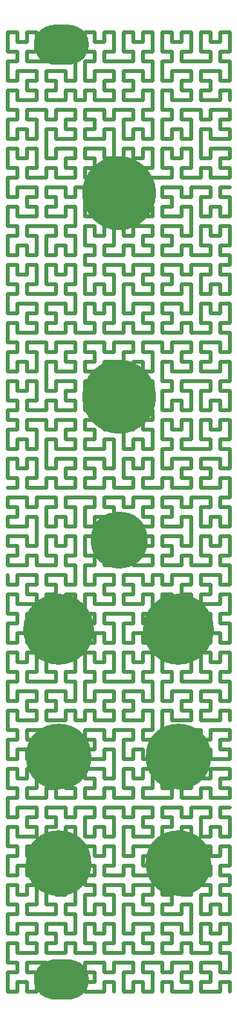
<source format=gbr>
G04 #@! TF.GenerationSoftware,KiCad,Pcbnew,(5.1.4)-1*
G04 #@! TF.CreationDate,2019-09-21T23:51:01+02:00*
G04 #@! TF.ProjectId,PolivoksVCF_panel,506f6c69-766f-46b7-9356-43465f70616e,rev?*
G04 #@! TF.SameCoordinates,Original*
G04 #@! TF.FileFunction,Copper,L1,Top*
G04 #@! TF.FilePolarity,Positive*
%FSLAX46Y46*%
G04 Gerber Fmt 4.6, Leading zero omitted, Abs format (unit mm)*
G04 Created by KiCad (PCBNEW (5.1.4)-1) date 2019-09-21 23:51:01*
%MOMM*%
%LPD*%
G04 APERTURE LIST*
%ADD10C,0.100000*%
%ADD11C,5.200000*%
%ADD12C,9.300000*%
%ADD13C,8.600000*%
%ADD14C,7.500000*%
%ADD15C,9.700000*%
%ADD16C,0.500000*%
G04 APERTURE END LIST*
D10*
G36*
X26754845Y-143112519D02*
G01*
X27007235Y-143149957D01*
X27254740Y-143211954D01*
X27494977Y-143297912D01*
X27725632Y-143407004D01*
X27944483Y-143538178D01*
X28149423Y-143690172D01*
X28338478Y-143861521D01*
X28509827Y-144050576D01*
X28661821Y-144255516D01*
X28792995Y-144474367D01*
X28902087Y-144705022D01*
X28988045Y-144945259D01*
X29050042Y-145192764D01*
X29087480Y-145445154D01*
X29100000Y-145699999D01*
X29100000Y-145700001D01*
X29087480Y-145954846D01*
X29050042Y-146207236D01*
X28988045Y-146454741D01*
X28902087Y-146694978D01*
X28792995Y-146925633D01*
X28661821Y-147144484D01*
X28509827Y-147349424D01*
X28338478Y-147538479D01*
X28149423Y-147709828D01*
X27944483Y-147861822D01*
X27725632Y-147992996D01*
X27494977Y-148102088D01*
X27254740Y-148188046D01*
X27007235Y-148250043D01*
X26754845Y-148287481D01*
X26500000Y-148300001D01*
X24500000Y-148300001D01*
X24245155Y-148287481D01*
X23992765Y-148250043D01*
X23745260Y-148188046D01*
X23505023Y-148102088D01*
X23274368Y-147992996D01*
X23055517Y-147861822D01*
X22850577Y-147709828D01*
X22661522Y-147538479D01*
X22490173Y-147349424D01*
X22338179Y-147144484D01*
X22207005Y-146925633D01*
X22097913Y-146694978D01*
X22011955Y-146454741D01*
X21949958Y-146207236D01*
X21912520Y-145954846D01*
X21900000Y-145700001D01*
X21900000Y-145699999D01*
X21912520Y-145445154D01*
X21949958Y-145192764D01*
X22011955Y-144945259D01*
X22097913Y-144705022D01*
X22207005Y-144474367D01*
X22338179Y-144255516D01*
X22490173Y-144050576D01*
X22661522Y-143861521D01*
X22850577Y-143690172D01*
X23055517Y-143538178D01*
X23274368Y-143407004D01*
X23505023Y-143297912D01*
X23745260Y-143211954D01*
X23992765Y-143149957D01*
X24245155Y-143112519D01*
X24500000Y-143099999D01*
X26500000Y-143099999D01*
X26754845Y-143112519D01*
X26754845Y-143112519D01*
G37*
D11*
X25500000Y-145700000D03*
D10*
G36*
X26754845Y-20612519D02*
G01*
X27007235Y-20649957D01*
X27254740Y-20711954D01*
X27494977Y-20797912D01*
X27725632Y-20907004D01*
X27944483Y-21038178D01*
X28149423Y-21190172D01*
X28338478Y-21361521D01*
X28509827Y-21550576D01*
X28661821Y-21755516D01*
X28792995Y-21974367D01*
X28902087Y-22205022D01*
X28988045Y-22445259D01*
X29050042Y-22692764D01*
X29087480Y-22945154D01*
X29100000Y-23199999D01*
X29100000Y-23200001D01*
X29087480Y-23454846D01*
X29050042Y-23707236D01*
X28988045Y-23954741D01*
X28902087Y-24194978D01*
X28792995Y-24425633D01*
X28661821Y-24644484D01*
X28509827Y-24849424D01*
X28338478Y-25038479D01*
X28149423Y-25209828D01*
X27944483Y-25361822D01*
X27725632Y-25492996D01*
X27494977Y-25602088D01*
X27254740Y-25688046D01*
X27007235Y-25750043D01*
X26754845Y-25787481D01*
X26500000Y-25800001D01*
X24500000Y-25800001D01*
X24245155Y-25787481D01*
X23992765Y-25750043D01*
X23745260Y-25688046D01*
X23505023Y-25602088D01*
X23274368Y-25492996D01*
X23055517Y-25361822D01*
X22850577Y-25209828D01*
X22661522Y-25038479D01*
X22490173Y-24849424D01*
X22338179Y-24644484D01*
X22207005Y-24425633D01*
X22097913Y-24194978D01*
X22011955Y-23954741D01*
X21949958Y-23707236D01*
X21912520Y-23454846D01*
X21900000Y-23200001D01*
X21900000Y-23199999D01*
X21912520Y-22945154D01*
X21949958Y-22692764D01*
X22011955Y-22445259D01*
X22097913Y-22205022D01*
X22207005Y-21974367D01*
X22338179Y-21755516D01*
X22490173Y-21550576D01*
X22661522Y-21361521D01*
X22850577Y-21190172D01*
X23055517Y-21038178D01*
X23274368Y-20907004D01*
X23505023Y-20797912D01*
X23745260Y-20711954D01*
X23992765Y-20649957D01*
X24245155Y-20612519D01*
X24500000Y-20599999D01*
X26500000Y-20599999D01*
X26754845Y-20612519D01*
X26754845Y-20612519D01*
G37*
D11*
X25500000Y-23200000D03*
D12*
X40832280Y-99775100D03*
D13*
X25084117Y-130470999D03*
X40832117Y-130470999D03*
X40832117Y-116500999D03*
X25084117Y-116500999D03*
D12*
X25084280Y-99775100D03*
D14*
X33085280Y-88096180D03*
D15*
X33085280Y-69295100D03*
X33085280Y-42625100D03*
D16*
X46355000Y-41910000D02*
X47625000Y-41910000D01*
X46355000Y-43180000D02*
X46355000Y-41910000D01*
X47625000Y-45720000D02*
X47625000Y-43180000D01*
X45085000Y-44450000D02*
X46355000Y-44450000D01*
X43815000Y-45720000D02*
X45085000Y-45720000D01*
X45085000Y-43180000D02*
X43815000Y-43180000D01*
X45085000Y-41910000D02*
X45085000Y-43180000D01*
X47625000Y-43180000D02*
X46355000Y-43180000D01*
X42545000Y-41910000D02*
X45085000Y-41910000D01*
X41275000Y-43180000D02*
X42545000Y-43180000D01*
X43815000Y-43180000D02*
X43815000Y-45720000D01*
X41275000Y-41910000D02*
X41275000Y-43180000D01*
X46355000Y-44450000D02*
X46355000Y-45720000D01*
X38735000Y-41910000D02*
X41275000Y-41910000D01*
X38735000Y-43180000D02*
X38735000Y-41910000D01*
X38735000Y-46990000D02*
X41275000Y-46990000D01*
X38735000Y-48260000D02*
X38735000Y-46990000D01*
X41275000Y-46990000D02*
X41275000Y-48260000D01*
X40005000Y-48260000D02*
X38735000Y-48260000D01*
X46355000Y-45720000D02*
X47625000Y-45720000D01*
X40005000Y-49530000D02*
X40005000Y-48260000D01*
X38735000Y-50800000D02*
X38735000Y-49530000D01*
X38735000Y-49530000D02*
X40005000Y-49530000D01*
X38735000Y-45720000D02*
X38735000Y-44450000D01*
X41275000Y-48260000D02*
X42545000Y-48260000D01*
X42545000Y-48260000D02*
X42545000Y-44450000D01*
X42545000Y-43180000D02*
X42545000Y-41910000D01*
X42545000Y-44450000D02*
X41275000Y-44450000D01*
X41275000Y-44450000D02*
X41275000Y-45720000D01*
X41275000Y-45720000D02*
X38735000Y-45720000D01*
X45085000Y-45720000D02*
X45085000Y-44450000D01*
X40005000Y-44450000D02*
X40005000Y-43180000D01*
X38735000Y-44450000D02*
X40005000Y-44450000D01*
X40005000Y-43180000D02*
X38735000Y-43180000D01*
X38735000Y-50800000D02*
X41275000Y-50800000D01*
X41275000Y-50800000D02*
X41275000Y-49530000D01*
X41275000Y-49530000D02*
X42545000Y-49530000D01*
X42545000Y-49530000D02*
X42545000Y-50800000D01*
X42545000Y-50800000D02*
X45085000Y-50800000D01*
X45085000Y-50800000D02*
X45085000Y-49530000D01*
X45085000Y-49530000D02*
X43815000Y-49530000D01*
X43815000Y-49530000D02*
X43815000Y-46990000D01*
X43815000Y-46990000D02*
X45085000Y-46990000D01*
X45085000Y-46990000D02*
X45085000Y-48260000D01*
X45085000Y-48260000D02*
X46355000Y-48260000D01*
X46355000Y-48260000D02*
X46355000Y-46990000D01*
X46355000Y-46990000D02*
X47625000Y-46990000D01*
X47625000Y-46990000D02*
X47625000Y-49530000D01*
X47625000Y-49530000D02*
X46355000Y-49530000D01*
X46355000Y-49530000D02*
X46355000Y-50800000D01*
X46355000Y-50800000D02*
X47625000Y-50800000D01*
X47625000Y-50800000D02*
X47625000Y-52070000D01*
X47625000Y-52070000D02*
X46355000Y-52070000D01*
X46355000Y-52070000D02*
X46355000Y-53340000D01*
X46355000Y-53340000D02*
X47625000Y-53340000D01*
X47625000Y-53340000D02*
X47625000Y-55880000D01*
X47625000Y-55880000D02*
X46355000Y-55880000D01*
X46355000Y-55880000D02*
X46355000Y-54610000D01*
X46355000Y-54610000D02*
X45085000Y-54610000D01*
X45085000Y-54610000D02*
X45085000Y-55880000D01*
X45085000Y-55880000D02*
X43815000Y-55880000D01*
X43815000Y-55880000D02*
X43815000Y-53340000D01*
X43815000Y-53340000D02*
X45085000Y-53340000D01*
X45085000Y-53340000D02*
X45085000Y-52070000D01*
X45085000Y-52070000D02*
X42545000Y-52070000D01*
X42545000Y-52070000D02*
X42545000Y-53340000D01*
X42545000Y-53340000D02*
X41275000Y-53340000D01*
X41275000Y-53340000D02*
X41275000Y-52070000D01*
X41275000Y-52070000D02*
X38735000Y-52070000D01*
X38735000Y-52070000D02*
X38735000Y-53340000D01*
X38735000Y-53340000D02*
X40005000Y-53340000D01*
X40005000Y-53340000D02*
X40005000Y-54610000D01*
X40005000Y-54610000D02*
X38735000Y-54610000D01*
X38735000Y-54610000D02*
X38735000Y-55880000D01*
X38735000Y-55880000D02*
X41275000Y-55880000D01*
X41275000Y-55880000D02*
X41275000Y-54610000D01*
X41275000Y-54610000D02*
X42545000Y-54610000D01*
X42545000Y-54610000D02*
X42545000Y-55880000D01*
X43815000Y-30480000D02*
X46355000Y-30480000D01*
X45085000Y-27940000D02*
X45085000Y-29210000D01*
X46355000Y-26670000D02*
X43815000Y-26670000D01*
X46355000Y-27940000D02*
X46355000Y-26670000D01*
X47625000Y-24130000D02*
X46355000Y-24130000D01*
X47625000Y-21590000D02*
X47625000Y-24130000D01*
X46355000Y-21590000D02*
X47625000Y-21590000D01*
X45085000Y-22860000D02*
X46355000Y-22860000D01*
X43815000Y-24130000D02*
X43815000Y-21590000D01*
X42545000Y-21590000D02*
X42545000Y-24130000D01*
X41275000Y-21590000D02*
X42545000Y-21590000D01*
X40005000Y-21590000D02*
X40005000Y-22860000D01*
X40005000Y-24130000D02*
X38735000Y-24130000D01*
X40005000Y-25400000D02*
X40005000Y-24130000D01*
X38735000Y-25400000D02*
X40005000Y-25400000D01*
X38735000Y-27940000D02*
X38735000Y-25400000D01*
X40005000Y-27940000D02*
X38735000Y-27940000D01*
X40005000Y-26670000D02*
X40005000Y-27940000D01*
X42545000Y-26670000D02*
X40005000Y-26670000D01*
X42545000Y-27940000D02*
X42545000Y-26670000D01*
X41275000Y-27940000D02*
X42545000Y-27940000D01*
X41275000Y-29210000D02*
X41275000Y-27940000D01*
X42545000Y-29210000D02*
X41275000Y-29210000D01*
X42545000Y-30480000D02*
X42545000Y-29210000D01*
X40005000Y-30480000D02*
X42545000Y-30480000D01*
X40005000Y-29210000D02*
X40005000Y-30480000D01*
X38735000Y-29210000D02*
X40005000Y-29210000D01*
X38735000Y-31750000D02*
X38735000Y-29210000D01*
X40005000Y-31750000D02*
X38735000Y-31750000D01*
X40005000Y-33020000D02*
X40005000Y-31750000D01*
X38735000Y-33020000D02*
X40005000Y-33020000D01*
X40005000Y-35560000D02*
X38735000Y-35560000D01*
X40005000Y-34290000D02*
X40005000Y-35560000D01*
X41275000Y-34290000D02*
X40005000Y-34290000D01*
X41275000Y-35560000D02*
X41275000Y-34290000D01*
X42545000Y-35560000D02*
X41275000Y-35560000D01*
X42545000Y-33020000D02*
X42545000Y-35560000D01*
X41275000Y-33020000D02*
X42545000Y-33020000D01*
X41275000Y-31750000D02*
X41275000Y-33020000D01*
X43815000Y-31750000D02*
X41275000Y-31750000D01*
X43815000Y-33020000D02*
X43815000Y-31750000D01*
X45085000Y-33020000D02*
X43815000Y-33020000D01*
X45085000Y-31750000D02*
X45085000Y-33020000D01*
X47625000Y-31750000D02*
X45085000Y-31750000D01*
X47625000Y-33020000D02*
X47625000Y-31750000D01*
X46355000Y-33020000D02*
X47625000Y-33020000D01*
X46355000Y-34290000D02*
X46355000Y-33020000D01*
X47625000Y-34290000D02*
X46355000Y-34290000D01*
X47625000Y-35560000D02*
X47625000Y-34290000D01*
X45085000Y-35560000D02*
X47625000Y-35560000D01*
X45085000Y-34290000D02*
X45085000Y-35560000D01*
X43815000Y-34290000D02*
X45085000Y-34290000D01*
X43815000Y-38100000D02*
X43815000Y-34290000D01*
X45085000Y-38100000D02*
X43815000Y-38100000D01*
X45085000Y-36830000D02*
X45085000Y-38100000D01*
X47625000Y-36830000D02*
X45085000Y-36830000D01*
X47625000Y-38100000D02*
X47625000Y-36830000D01*
X46355000Y-38100000D02*
X47625000Y-38100000D01*
X46355000Y-39370000D02*
X46355000Y-38100000D01*
X47625000Y-39370000D02*
X46355000Y-39370000D01*
X47625000Y-40640000D02*
X47625000Y-39370000D01*
X45085000Y-40640000D02*
X47625000Y-40640000D01*
X45085000Y-39370000D02*
X45085000Y-40640000D01*
X43815000Y-39370000D02*
X45085000Y-39370000D01*
X43815000Y-40640000D02*
X43815000Y-39370000D01*
X41275000Y-40640000D02*
X43815000Y-40640000D01*
X41275000Y-39370000D02*
X41275000Y-40640000D01*
X42545000Y-36830000D02*
X42545000Y-39370000D01*
X41275000Y-36830000D02*
X42545000Y-36830000D01*
X41275000Y-38100000D02*
X41275000Y-36830000D01*
X40005000Y-38100000D02*
X41275000Y-38100000D01*
X40005000Y-36830000D02*
X40005000Y-38100000D01*
X38735000Y-36830000D02*
X40005000Y-36830000D01*
X38735000Y-39370000D02*
X38735000Y-36830000D01*
X40005000Y-39370000D02*
X38735000Y-39370000D01*
X40005000Y-40640000D02*
X40005000Y-39370000D01*
X36195000Y-40640000D02*
X40005000Y-40640000D01*
X36195000Y-39370000D02*
X36195000Y-40640000D01*
X37465000Y-39370000D02*
X36195000Y-39370000D01*
X37465000Y-36830000D02*
X37465000Y-39370000D01*
X36195000Y-36830000D02*
X37465000Y-36830000D01*
X36195000Y-38100000D02*
X36195000Y-36830000D01*
X34925000Y-38100000D02*
X36195000Y-38100000D01*
X34925000Y-36830000D02*
X34925000Y-38100000D01*
X33655000Y-36830000D02*
X34925000Y-36830000D01*
X33655000Y-39370000D02*
X33655000Y-36830000D01*
X34925000Y-39370000D02*
X33655000Y-39370000D01*
X34925000Y-40640000D02*
X34925000Y-39370000D01*
X32385000Y-40640000D02*
X34925000Y-40640000D01*
X32385000Y-39370000D02*
X32385000Y-40640000D01*
X31115000Y-39370000D02*
X32385000Y-39370000D01*
X31115000Y-40640000D02*
X31115000Y-39370000D01*
X28575000Y-40640000D02*
X31115000Y-40640000D01*
X28575000Y-39370000D02*
X28575000Y-40640000D01*
X29845000Y-39370000D02*
X28575000Y-39370000D01*
X29845000Y-38100000D02*
X29845000Y-39370000D01*
X28575000Y-38100000D02*
X29845000Y-38100000D01*
X28575000Y-36830000D02*
X28575000Y-38100000D01*
X31115000Y-36830000D02*
X28575000Y-36830000D01*
X31115000Y-38100000D02*
X31115000Y-36830000D01*
X32385000Y-38100000D02*
X31115000Y-38100000D01*
X32385000Y-34290000D02*
X32385000Y-38100000D01*
X31115000Y-34290000D02*
X32385000Y-34290000D01*
X31115000Y-35560000D02*
X31115000Y-34290000D01*
X28575000Y-35560000D02*
X31115000Y-35560000D01*
X28575000Y-34290000D02*
X28575000Y-35560000D01*
X29845000Y-34290000D02*
X28575000Y-34290000D01*
X29845000Y-33020000D02*
X29845000Y-34290000D01*
X28575000Y-33020000D02*
X29845000Y-33020000D01*
X28575000Y-31750000D02*
X28575000Y-33020000D01*
X31115000Y-31750000D02*
X28575000Y-31750000D01*
X31115000Y-33020000D02*
X31115000Y-31750000D01*
X32385000Y-33020000D02*
X31115000Y-33020000D01*
X32385000Y-31750000D02*
X32385000Y-33020000D01*
X34925000Y-31750000D02*
X32385000Y-31750000D01*
X34925000Y-33020000D02*
X34925000Y-31750000D01*
X33655000Y-33020000D02*
X34925000Y-33020000D01*
X33655000Y-35560000D02*
X33655000Y-33020000D01*
X34925000Y-35560000D02*
X33655000Y-35560000D01*
X34925000Y-34290000D02*
X34925000Y-35560000D01*
X36195000Y-34290000D02*
X34925000Y-34290000D01*
X36195000Y-35560000D02*
X36195000Y-34290000D01*
X37465000Y-35560000D02*
X36195000Y-35560000D01*
X37465000Y-33020000D02*
X37465000Y-35560000D01*
X36195000Y-33020000D02*
X37465000Y-33020000D01*
X36195000Y-31750000D02*
X36195000Y-33020000D01*
X37465000Y-31750000D02*
X36195000Y-31750000D01*
X37465000Y-29210000D02*
X37465000Y-31750000D01*
X36195000Y-29210000D02*
X37465000Y-29210000D01*
X36195000Y-30480000D02*
X36195000Y-29210000D01*
X33655000Y-30480000D02*
X36195000Y-30480000D01*
X33655000Y-29210000D02*
X33655000Y-30480000D01*
X34925000Y-29210000D02*
X33655000Y-29210000D01*
X34925000Y-27940000D02*
X34925000Y-29210000D01*
X33655000Y-27940000D02*
X34925000Y-27940000D01*
X33655000Y-26670000D02*
X33655000Y-27940000D01*
X36195000Y-26670000D02*
X33655000Y-26670000D01*
X36195000Y-27940000D02*
X36195000Y-26670000D01*
X37465000Y-27940000D02*
X36195000Y-27940000D01*
X37465000Y-25400000D02*
X37465000Y-27940000D01*
X36195000Y-25400000D02*
X37465000Y-25400000D01*
X36195000Y-24130000D02*
X36195000Y-25400000D01*
X37465000Y-24130000D02*
X36195000Y-24130000D01*
X37465000Y-21590000D02*
X37465000Y-24130000D01*
X36195000Y-21590000D02*
X37465000Y-21590000D01*
X36195000Y-22860000D02*
X36195000Y-21590000D01*
X34925000Y-22860000D02*
X36195000Y-22860000D01*
X34925000Y-21590000D02*
X34925000Y-22860000D01*
X33655000Y-21590000D02*
X34925000Y-21590000D01*
X33655000Y-24130000D02*
X33655000Y-21590000D01*
X26035000Y-44450000D02*
X27305000Y-44450000D01*
X23495000Y-45720000D02*
X26035000Y-45720000D01*
X23495000Y-44450000D02*
X23495000Y-45720000D01*
X24765000Y-44450000D02*
X23495000Y-44450000D01*
X24765000Y-43180000D02*
X24765000Y-44450000D01*
X23495000Y-41910000D02*
X23495000Y-43180000D01*
X26035000Y-41910000D02*
X23495000Y-41910000D01*
X26035000Y-43180000D02*
X26035000Y-41910000D01*
X27305000Y-43180000D02*
X26035000Y-43180000D01*
X27305000Y-41910000D02*
X27305000Y-43180000D01*
X29845000Y-41910000D02*
X27305000Y-41910000D01*
X29845000Y-43180000D02*
X29845000Y-41910000D01*
X28575000Y-45720000D02*
X28575000Y-43180000D01*
X29845000Y-45720000D02*
X28575000Y-45720000D01*
X29845000Y-44450000D02*
X29845000Y-45720000D01*
X31115000Y-44450000D02*
X29845000Y-44450000D01*
X31115000Y-45720000D02*
X31115000Y-44450000D01*
X32385000Y-45720000D02*
X31115000Y-45720000D01*
X32385000Y-43180000D02*
X32385000Y-45720000D01*
X31115000Y-41910000D02*
X31115000Y-43180000D01*
X33655000Y-43180000D02*
X33655000Y-41910000D01*
X34925000Y-43180000D02*
X33655000Y-43180000D01*
X34925000Y-41910000D02*
X34925000Y-43180000D01*
X37465000Y-41910000D02*
X34925000Y-41910000D01*
X37465000Y-43180000D02*
X37465000Y-41910000D01*
X36195000Y-43180000D02*
X37465000Y-43180000D01*
X37465000Y-44450000D02*
X36195000Y-44450000D01*
X37465000Y-45720000D02*
X37465000Y-44450000D01*
X34925000Y-45720000D02*
X37465000Y-45720000D01*
X34925000Y-44450000D02*
X34925000Y-45720000D01*
X33655000Y-44450000D02*
X34925000Y-44450000D01*
X33655000Y-48260000D02*
X33655000Y-44450000D01*
X37465000Y-46990000D02*
X34925000Y-46990000D01*
X37465000Y-48260000D02*
X37465000Y-46990000D01*
X36195000Y-49530000D02*
X36195000Y-48260000D01*
X37465000Y-49530000D02*
X36195000Y-49530000D01*
X34925000Y-50800000D02*
X37465000Y-50800000D01*
X34925000Y-49530000D02*
X34925000Y-50800000D01*
X33655000Y-49530000D02*
X34925000Y-49530000D01*
X33655000Y-50800000D02*
X33655000Y-49530000D01*
X31115000Y-50800000D02*
X33655000Y-50800000D01*
X31115000Y-49530000D02*
X31115000Y-50800000D01*
X32385000Y-49530000D02*
X31115000Y-49530000D01*
X32385000Y-46990000D02*
X32385000Y-49530000D01*
X31115000Y-46990000D02*
X32385000Y-46990000D01*
X29845000Y-48260000D02*
X31115000Y-48260000D01*
X28575000Y-46990000D02*
X29845000Y-46990000D01*
X28575000Y-49530000D02*
X28575000Y-46990000D01*
X29845000Y-50800000D02*
X29845000Y-49530000D01*
X28575000Y-50800000D02*
X29845000Y-50800000D01*
X28575000Y-52070000D02*
X28575000Y-50800000D01*
X29845000Y-52070000D02*
X28575000Y-52070000D01*
X29845000Y-53340000D02*
X29845000Y-52070000D01*
X28575000Y-53340000D02*
X29845000Y-53340000D01*
X28575000Y-55880000D02*
X28575000Y-53340000D01*
X29845000Y-55880000D02*
X28575000Y-55880000D01*
X29845000Y-54610000D02*
X29845000Y-55880000D01*
X31115000Y-54610000D02*
X29845000Y-54610000D01*
X31115000Y-55880000D02*
X31115000Y-54610000D01*
X32385000Y-55880000D02*
X31115000Y-55880000D01*
X32385000Y-53340000D02*
X32385000Y-55880000D01*
X31115000Y-53340000D02*
X32385000Y-53340000D01*
X31115000Y-52070000D02*
X31115000Y-53340000D01*
X33655000Y-52070000D02*
X31115000Y-52070000D01*
X33655000Y-53340000D02*
X33655000Y-52070000D01*
X34925000Y-53340000D02*
X33655000Y-53340000D01*
X34925000Y-52070000D02*
X34925000Y-53340000D01*
X37465000Y-52070000D02*
X34925000Y-52070000D01*
X37465000Y-53340000D02*
X37465000Y-52070000D01*
X36195000Y-53340000D02*
X37465000Y-53340000D01*
X36195000Y-54610000D02*
X36195000Y-53340000D01*
X37465000Y-54610000D02*
X36195000Y-54610000D01*
X37465000Y-55880000D02*
X37465000Y-54610000D01*
X34925000Y-55880000D02*
X37465000Y-55880000D01*
X34925000Y-54610000D02*
X34925000Y-55880000D01*
X27305000Y-54610000D02*
X26035000Y-54610000D01*
X23495000Y-59690000D02*
X23495000Y-60960000D01*
X33655000Y-41910000D02*
X31115000Y-41910000D01*
X26035000Y-53340000D02*
X26035000Y-52070000D01*
X28575000Y-57150000D02*
X29845000Y-57150000D01*
X26035000Y-52070000D02*
X27305000Y-52070000D01*
X29845000Y-46990000D02*
X29845000Y-48260000D01*
X23495000Y-54610000D02*
X23495000Y-52070000D01*
X29845000Y-29210000D02*
X29845000Y-30480000D01*
X31115000Y-59690000D02*
X31115000Y-60960000D01*
X24765000Y-52070000D02*
X24765000Y-53340000D01*
X24765000Y-58420000D02*
X24765000Y-59690000D01*
X31115000Y-43180000D02*
X32385000Y-43180000D01*
X43815000Y-27940000D02*
X45085000Y-27940000D01*
X24765000Y-55880000D02*
X24765000Y-54610000D01*
X28575000Y-30480000D02*
X28575000Y-29210000D01*
X29845000Y-59690000D02*
X28575000Y-59690000D01*
X45085000Y-29210000D02*
X43815000Y-29210000D01*
X20955000Y-55880000D02*
X24765000Y-55880000D01*
X37465000Y-57150000D02*
X34925000Y-57150000D01*
X37465000Y-50800000D02*
X37465000Y-49530000D01*
X38735000Y-21590000D02*
X40005000Y-21590000D01*
X20955000Y-54610000D02*
X20955000Y-55880000D01*
X32385000Y-30480000D02*
X32385000Y-29210000D01*
X37465000Y-58420000D02*
X37465000Y-57150000D01*
X22225000Y-52070000D02*
X22225000Y-54610000D01*
X26035000Y-59690000D02*
X27305000Y-59690000D01*
X20955000Y-53340000D02*
X20955000Y-52070000D01*
X31115000Y-57150000D02*
X32385000Y-57150000D01*
X45085000Y-25400000D02*
X45085000Y-24130000D01*
X19685000Y-52070000D02*
X19685000Y-53340000D01*
X34925000Y-24130000D02*
X33655000Y-24130000D01*
X23495000Y-58420000D02*
X24765000Y-58420000D01*
X46355000Y-22860000D02*
X46355000Y-21590000D01*
X24765000Y-54610000D02*
X23495000Y-54610000D01*
X41275000Y-25400000D02*
X45085000Y-25400000D01*
X18415000Y-52070000D02*
X19685000Y-52070000D01*
X47625000Y-27940000D02*
X46355000Y-27940000D01*
X18415000Y-54610000D02*
X18415000Y-52070000D01*
X28575000Y-43180000D02*
X29845000Y-43180000D01*
X42545000Y-39370000D02*
X41275000Y-39370000D01*
X22225000Y-59690000D02*
X20955000Y-59690000D01*
X29845000Y-22860000D02*
X31115000Y-22860000D01*
X19685000Y-57150000D02*
X19685000Y-58420000D01*
X27305000Y-58420000D02*
X26035000Y-58420000D01*
X36195000Y-44450000D02*
X36195000Y-43180000D01*
X24765000Y-53340000D02*
X26035000Y-53340000D01*
X29845000Y-60960000D02*
X29845000Y-59690000D01*
X42545000Y-24130000D02*
X41275000Y-24130000D01*
X18415000Y-58420000D02*
X18415000Y-55880000D01*
X22225000Y-60960000D02*
X22225000Y-59690000D01*
X43815000Y-29210000D02*
X43815000Y-30480000D01*
X20955000Y-52070000D02*
X22225000Y-52070000D01*
X29845000Y-49530000D02*
X28575000Y-49530000D01*
X19685000Y-58420000D02*
X18415000Y-58420000D01*
X27305000Y-30480000D02*
X28575000Y-30480000D01*
X31115000Y-58420000D02*
X31115000Y-57150000D01*
X41275000Y-24130000D02*
X41275000Y-25400000D01*
X19685000Y-60960000D02*
X22225000Y-60960000D01*
X28575000Y-25400000D02*
X29845000Y-25400000D01*
X34925000Y-48260000D02*
X33655000Y-48260000D01*
X18415000Y-55880000D02*
X19685000Y-55880000D01*
X28575000Y-24130000D02*
X28575000Y-21590000D01*
X37465000Y-60960000D02*
X37465000Y-59690000D01*
X38735000Y-24130000D02*
X38735000Y-21590000D01*
X19685000Y-59690000D02*
X19685000Y-60960000D01*
X36195000Y-48260000D02*
X37465000Y-48260000D01*
X38735000Y-35560000D02*
X38735000Y-33020000D01*
X18415000Y-60960000D02*
X18415000Y-59690000D01*
X29845000Y-21590000D02*
X29845000Y-22860000D01*
X46355000Y-25400000D02*
X47625000Y-25400000D01*
X22225000Y-54610000D02*
X20955000Y-54610000D01*
X23495000Y-27940000D02*
X24765000Y-27940000D01*
X47625000Y-29210000D02*
X47625000Y-30480000D01*
X18415000Y-59690000D02*
X19685000Y-59690000D01*
X20955000Y-59690000D02*
X20955000Y-58420000D01*
X46355000Y-30480000D02*
X46355000Y-29210000D01*
X23495000Y-52070000D02*
X24765000Y-52070000D01*
X23495000Y-43180000D02*
X24765000Y-43180000D01*
X41275000Y-22860000D02*
X41275000Y-21590000D01*
X20955000Y-58420000D02*
X22225000Y-58420000D01*
X26035000Y-26670000D02*
X23495000Y-26670000D01*
X19685000Y-53340000D02*
X20955000Y-53340000D01*
X26035000Y-45720000D02*
X26035000Y-44450000D01*
X45085000Y-24130000D02*
X43815000Y-24130000D01*
X22225000Y-58420000D02*
X22225000Y-57150000D01*
X29845000Y-25400000D02*
X29845000Y-24130000D01*
X34925000Y-57150000D02*
X34925000Y-58420000D01*
X34925000Y-46990000D02*
X34925000Y-48260000D01*
X43815000Y-26670000D02*
X43815000Y-27940000D01*
X22225000Y-57150000D02*
X19685000Y-57150000D01*
X28575000Y-59690000D02*
X28575000Y-57150000D01*
X27305000Y-52070000D02*
X27305000Y-54610000D01*
X31115000Y-48260000D02*
X31115000Y-46990000D01*
X47625000Y-25400000D02*
X47625000Y-27940000D01*
X19685000Y-55880000D02*
X19685000Y-54610000D01*
X31115000Y-24130000D02*
X31115000Y-25400000D01*
X27305000Y-60960000D02*
X29845000Y-60960000D01*
X46355000Y-29210000D02*
X47625000Y-29210000D01*
X19685000Y-54610000D02*
X18415000Y-54610000D01*
X40005000Y-22860000D02*
X41275000Y-22860000D01*
X26035000Y-54610000D02*
X26035000Y-55880000D01*
X23495000Y-60960000D02*
X26035000Y-60960000D01*
X43815000Y-21590000D02*
X45085000Y-21590000D01*
X26035000Y-55880000D02*
X27305000Y-55880000D01*
X46355000Y-24130000D02*
X46355000Y-25400000D01*
X27305000Y-55880000D02*
X27305000Y-58420000D01*
X26035000Y-58420000D02*
X26035000Y-57150000D01*
X26035000Y-57150000D02*
X23495000Y-57150000D01*
X23495000Y-57150000D02*
X23495000Y-58420000D01*
X45085000Y-21590000D02*
X45085000Y-22860000D01*
X24765000Y-59690000D02*
X23495000Y-59690000D01*
X26035000Y-60960000D02*
X26035000Y-59690000D01*
X27305000Y-59690000D02*
X27305000Y-60960000D01*
X29845000Y-57150000D02*
X29845000Y-58420000D01*
X29845000Y-58420000D02*
X31115000Y-58420000D01*
X32385000Y-57150000D02*
X32385000Y-59690000D01*
X32385000Y-59690000D02*
X31115000Y-59690000D01*
X31115000Y-60960000D02*
X33655000Y-60960000D01*
X33655000Y-60960000D02*
X33655000Y-59690000D01*
X33655000Y-59690000D02*
X34925000Y-59690000D01*
X34925000Y-59690000D02*
X34925000Y-60960000D01*
X34925000Y-60960000D02*
X37465000Y-60960000D01*
X37465000Y-59690000D02*
X36195000Y-59690000D01*
X36195000Y-59690000D02*
X36195000Y-58420000D01*
X36195000Y-58420000D02*
X37465000Y-58420000D01*
X34925000Y-58420000D02*
X33655000Y-58420000D01*
X33655000Y-58420000D02*
X33655000Y-54610000D01*
X33655000Y-54610000D02*
X34925000Y-54610000D01*
X27305000Y-44450000D02*
X27305000Y-46990000D01*
X27305000Y-46990000D02*
X26035000Y-46990000D01*
X26035000Y-46990000D02*
X26035000Y-48260000D01*
X26035000Y-48260000D02*
X27305000Y-48260000D01*
X27305000Y-48260000D02*
X27305000Y-50800000D01*
X27305000Y-50800000D02*
X26035000Y-50800000D01*
X26035000Y-50800000D02*
X26035000Y-49530000D01*
X26035000Y-49530000D02*
X24765000Y-49530000D01*
X24765000Y-49530000D02*
X24765000Y-50800000D01*
X24765000Y-50800000D02*
X23495000Y-50800000D01*
X23495000Y-50800000D02*
X23495000Y-48260000D01*
X23495000Y-48260000D02*
X24765000Y-48260000D01*
X24765000Y-48260000D02*
X24765000Y-46990000D01*
X24765000Y-46990000D02*
X20955000Y-46990000D01*
X20955000Y-46990000D02*
X20955000Y-48260000D01*
X20955000Y-48260000D02*
X22225000Y-48260000D01*
X22225000Y-48260000D02*
X22225000Y-50800000D01*
X22225000Y-50800000D02*
X20955000Y-50800000D01*
X20955000Y-50800000D02*
X20955000Y-49530000D01*
X20955000Y-49530000D02*
X19685000Y-49530000D01*
X19685000Y-49530000D02*
X19685000Y-50800000D01*
X19685000Y-50800000D02*
X18415000Y-50800000D01*
X18415000Y-50800000D02*
X18415000Y-48260000D01*
X18415000Y-48260000D02*
X19685000Y-48260000D01*
X19685000Y-48260000D02*
X19685000Y-46990000D01*
X19685000Y-46990000D02*
X18415000Y-46990000D01*
X18415000Y-46990000D02*
X18415000Y-44450000D01*
X18415000Y-44450000D02*
X19685000Y-44450000D01*
X19685000Y-44450000D02*
X19685000Y-45720000D01*
X19685000Y-45720000D02*
X22225000Y-45720000D01*
X22225000Y-45720000D02*
X22225000Y-44450000D01*
X22225000Y-44450000D02*
X20955000Y-44450000D01*
X20955000Y-44450000D02*
X20955000Y-43180000D01*
X20955000Y-43180000D02*
X22225000Y-43180000D01*
X22225000Y-43180000D02*
X22225000Y-41910000D01*
X22225000Y-41910000D02*
X19685000Y-41910000D01*
X19685000Y-41910000D02*
X19685000Y-43180000D01*
X19685000Y-43180000D02*
X18415000Y-43180000D01*
X18415000Y-43180000D02*
X18415000Y-40640000D01*
X18415000Y-40640000D02*
X19685000Y-40640000D01*
X19685000Y-40640000D02*
X19685000Y-39370000D01*
X19685000Y-39370000D02*
X18415000Y-39370000D01*
X18415000Y-39370000D02*
X18415000Y-36830000D01*
X18415000Y-36830000D02*
X19685000Y-36830000D01*
X19685000Y-36830000D02*
X19685000Y-38100000D01*
X19685000Y-38100000D02*
X20955000Y-38100000D01*
X20955000Y-38100000D02*
X20955000Y-36830000D01*
X20955000Y-36830000D02*
X22225000Y-36830000D01*
X22225000Y-36830000D02*
X22225000Y-39370000D01*
X22225000Y-39370000D02*
X20955000Y-39370000D01*
X20955000Y-39370000D02*
X20955000Y-40640000D01*
X20955000Y-40640000D02*
X23495000Y-40640000D01*
X23495000Y-40640000D02*
X23495000Y-39370000D01*
X23495000Y-39370000D02*
X24765000Y-39370000D01*
X24765000Y-39370000D02*
X24765000Y-40640000D01*
X24765000Y-40640000D02*
X27305000Y-40640000D01*
X27305000Y-40640000D02*
X27305000Y-39370000D01*
X27305000Y-39370000D02*
X26035000Y-39370000D01*
X26035000Y-39370000D02*
X26035000Y-38100000D01*
X26035000Y-38100000D02*
X27305000Y-38100000D01*
X27305000Y-38100000D02*
X27305000Y-36830000D01*
X27305000Y-36830000D02*
X24765000Y-36830000D01*
X24765000Y-36830000D02*
X24765000Y-38100000D01*
X24765000Y-38100000D02*
X23495000Y-38100000D01*
X23495000Y-38100000D02*
X23495000Y-34290000D01*
X23495000Y-34290000D02*
X24765000Y-34290000D01*
X24765000Y-34290000D02*
X24765000Y-35560000D01*
X24765000Y-35560000D02*
X27305000Y-35560000D01*
X27305000Y-35560000D02*
X27305000Y-34290000D01*
X27305000Y-34290000D02*
X26035000Y-34290000D01*
X26035000Y-34290000D02*
X26035000Y-33020000D01*
X26035000Y-33020000D02*
X27305000Y-33020000D01*
X27305000Y-33020000D02*
X27305000Y-31750000D01*
X27305000Y-31750000D02*
X24765000Y-31750000D01*
X24765000Y-31750000D02*
X24765000Y-33020000D01*
X24765000Y-33020000D02*
X23495000Y-33020000D01*
X23495000Y-33020000D02*
X23495000Y-31750000D01*
X23495000Y-31750000D02*
X20955000Y-31750000D01*
X20955000Y-31750000D02*
X20955000Y-33020000D01*
X20955000Y-33020000D02*
X22225000Y-33020000D01*
X22225000Y-33020000D02*
X22225000Y-35560000D01*
X22225000Y-35560000D02*
X20955000Y-35560000D01*
X20955000Y-35560000D02*
X20955000Y-34290000D01*
X20955000Y-34290000D02*
X19685000Y-34290000D01*
X19685000Y-34290000D02*
X19685000Y-35560000D01*
X19685000Y-35560000D02*
X18415000Y-35560000D01*
X18415000Y-35560000D02*
X18415000Y-33020000D01*
X18415000Y-33020000D02*
X19685000Y-33020000D01*
X19685000Y-33020000D02*
X19685000Y-31750000D01*
X19685000Y-31750000D02*
X18415000Y-31750000D01*
X18415000Y-31750000D02*
X18415000Y-29210000D01*
X18415000Y-29210000D02*
X19685000Y-29210000D01*
X19685000Y-29210000D02*
X19685000Y-30480000D01*
X19685000Y-30480000D02*
X22225000Y-30480000D01*
X22225000Y-30480000D02*
X22225000Y-29210000D01*
X22225000Y-29210000D02*
X20955000Y-29210000D01*
X20955000Y-29210000D02*
X20955000Y-27940000D01*
X20955000Y-27940000D02*
X22225000Y-27940000D01*
X22225000Y-27940000D02*
X22225000Y-26670000D01*
X22225000Y-26670000D02*
X19685000Y-26670000D01*
X19685000Y-26670000D02*
X19685000Y-27940000D01*
X19685000Y-27940000D02*
X18415000Y-27940000D01*
X18415000Y-27940000D02*
X18415000Y-25400000D01*
X18415000Y-25400000D02*
X19685000Y-25400000D01*
X19685000Y-25400000D02*
X19685000Y-24130000D01*
X19685000Y-24130000D02*
X18415000Y-24130000D01*
X18415000Y-24130000D02*
X18415000Y-21590000D01*
X18415000Y-21590000D02*
X19685000Y-21590000D01*
X19685000Y-21590000D02*
X19685000Y-22860000D01*
X19685000Y-22860000D02*
X20955000Y-22860000D01*
X20955000Y-22860000D02*
X20955000Y-21590000D01*
X20955000Y-21590000D02*
X22225000Y-21590000D01*
X22225000Y-21590000D02*
X22225000Y-24130000D01*
X22225000Y-24130000D02*
X20955000Y-24130000D01*
X20955000Y-24130000D02*
X20955000Y-25400000D01*
X20955000Y-25400000D02*
X24765000Y-25400000D01*
X24765000Y-25400000D02*
X24765000Y-24130000D01*
X24765000Y-24130000D02*
X23495000Y-24130000D01*
X23495000Y-24130000D02*
X23495000Y-21590000D01*
X23495000Y-21590000D02*
X24765000Y-21590000D01*
X24765000Y-21590000D02*
X24765000Y-22860000D01*
X24765000Y-22860000D02*
X26035000Y-22860000D01*
X26035000Y-22860000D02*
X26035000Y-21590000D01*
X26035000Y-21590000D02*
X27305000Y-21590000D01*
X27305000Y-21590000D02*
X27305000Y-24130000D01*
X27305000Y-24130000D02*
X26035000Y-24130000D01*
X26035000Y-24130000D02*
X26035000Y-25400000D01*
X26035000Y-25400000D02*
X27305000Y-25400000D01*
X27305000Y-25400000D02*
X27305000Y-27940000D01*
X27305000Y-27940000D02*
X26035000Y-27940000D01*
X26035000Y-27940000D02*
X26035000Y-26670000D01*
X23495000Y-26670000D02*
X23495000Y-27940000D01*
X24765000Y-27940000D02*
X24765000Y-29210000D01*
X24765000Y-29210000D02*
X23495000Y-29210000D01*
X23495000Y-29210000D02*
X23495000Y-30480000D01*
X23495000Y-30480000D02*
X26035000Y-30480000D01*
X26035000Y-30480000D02*
X26035000Y-29210000D01*
X26035000Y-29210000D02*
X27305000Y-29210000D01*
X27305000Y-29210000D02*
X27305000Y-30480000D01*
X28575000Y-29210000D02*
X29845000Y-29210000D01*
X29845000Y-30480000D02*
X32385000Y-30480000D01*
X32385000Y-29210000D02*
X31115000Y-29210000D01*
X31115000Y-29210000D02*
X31115000Y-27940000D01*
X31115000Y-27940000D02*
X32385000Y-27940000D01*
X32385000Y-27940000D02*
X32385000Y-26670000D01*
X32385000Y-26670000D02*
X29845000Y-26670000D01*
X29845000Y-26670000D02*
X29845000Y-27940000D01*
X29845000Y-27940000D02*
X28575000Y-27940000D01*
X28575000Y-27940000D02*
X28575000Y-25400000D01*
X29845000Y-24130000D02*
X28575000Y-24130000D01*
X28575000Y-21590000D02*
X29845000Y-21590000D01*
X31115000Y-22860000D02*
X31115000Y-21590000D01*
X31115000Y-21590000D02*
X32385000Y-21590000D01*
X32385000Y-21590000D02*
X32385000Y-24130000D01*
X32385000Y-24130000D02*
X31115000Y-24130000D01*
X31115000Y-25400000D02*
X34925000Y-25400000D01*
X34925000Y-25400000D02*
X34925000Y-24130000D01*
X38735000Y-60960000D02*
X40005000Y-60960000D01*
X40005000Y-60960000D02*
X41275000Y-60960000D01*
X41275000Y-60960000D02*
X41275000Y-59690000D01*
X41275000Y-59690000D02*
X42545000Y-59690000D01*
X42545000Y-59690000D02*
X42545000Y-60960000D01*
X42545000Y-60960000D02*
X45085000Y-60960000D01*
X45085000Y-60960000D02*
X45085000Y-59690000D01*
X45085000Y-59690000D02*
X43815000Y-59690000D01*
X43815000Y-59690000D02*
X43815000Y-58420000D01*
X42545000Y-57150000D02*
X42545000Y-58420000D01*
X38735000Y-60960000D02*
X38735000Y-59690000D01*
X38735000Y-59690000D02*
X40005000Y-59690000D01*
X40005000Y-59690000D02*
X40005000Y-58420000D01*
X40005000Y-58420000D02*
X38735000Y-58420000D01*
X38735000Y-58420000D02*
X38735000Y-57150000D01*
X38735000Y-57150000D02*
X41275000Y-57150000D01*
X41275000Y-57150000D02*
X41275000Y-58420000D01*
X41275000Y-58420000D02*
X42545000Y-58420000D01*
X42545000Y-57150000D02*
X42545000Y-55880000D01*
X43815000Y-58420000D02*
X43815000Y-57150000D01*
X43815000Y-57150000D02*
X45085000Y-57150000D01*
X45085000Y-57150000D02*
X45085000Y-58420000D01*
X45085000Y-58420000D02*
X46355000Y-58420000D01*
X46355000Y-58420000D02*
X46355000Y-57150000D01*
X46355000Y-57150000D02*
X47625000Y-57150000D01*
X47625000Y-57150000D02*
X47625000Y-59690000D01*
X47625000Y-59690000D02*
X46355000Y-59690000D01*
X46355000Y-59690000D02*
X46355000Y-60960000D01*
X46355000Y-60960000D02*
X47625000Y-60960000D01*
X31115000Y-87630000D02*
X32385000Y-87630000D01*
X40005000Y-80010000D02*
X40005000Y-81280000D01*
X38735000Y-81280000D02*
X38735000Y-80010000D01*
X37465000Y-88900000D02*
X37465000Y-87630000D01*
X32385000Y-90170000D02*
X31115000Y-90170000D01*
X37465000Y-90170000D02*
X36195000Y-90170000D01*
X29845000Y-90170000D02*
X28575000Y-90170000D01*
X31115000Y-91440000D02*
X33655000Y-91440000D01*
X42545000Y-81280000D02*
X42545000Y-80010000D01*
X36195000Y-81280000D02*
X38735000Y-81280000D01*
X42545000Y-77470000D02*
X40005000Y-77470000D01*
X36195000Y-80010000D02*
X36195000Y-81280000D01*
X31115000Y-90170000D02*
X31115000Y-91440000D01*
X32385000Y-96520000D02*
X32385000Y-95250000D01*
X34925000Y-90170000D02*
X34925000Y-91440000D01*
X29845000Y-95250000D02*
X29845000Y-96520000D01*
X28575000Y-97790000D02*
X28575000Y-95250000D01*
X29845000Y-99060000D02*
X29845000Y-97790000D01*
X33655000Y-85090000D02*
X34925000Y-85090000D01*
X28575000Y-99060000D02*
X29845000Y-99060000D01*
X34925000Y-85090000D02*
X34925000Y-86360000D01*
X36195000Y-90170000D02*
X36195000Y-88900000D01*
X31115000Y-88900000D02*
X31115000Y-87630000D01*
X29845000Y-101600000D02*
X28575000Y-101600000D01*
X37465000Y-91440000D02*
X37465000Y-90170000D01*
X29845000Y-87630000D02*
X29845000Y-88900000D01*
X33655000Y-91440000D02*
X33655000Y-90170000D01*
X33655000Y-90170000D02*
X34925000Y-90170000D01*
X28575000Y-93980000D02*
X28575000Y-91440000D01*
X34925000Y-91440000D02*
X37465000Y-91440000D01*
X32385000Y-92710000D02*
X29845000Y-92710000D01*
X29845000Y-100330000D02*
X29845000Y-101600000D01*
X42545000Y-78740000D02*
X42545000Y-77470000D01*
X28575000Y-101600000D02*
X28575000Y-99060000D01*
X29845000Y-88900000D02*
X31115000Y-88900000D01*
X33655000Y-88900000D02*
X33655000Y-85090000D01*
X34925000Y-88900000D02*
X33655000Y-88900000D01*
X29845000Y-91440000D02*
X29845000Y-90170000D01*
X32385000Y-87630000D02*
X32385000Y-90170000D01*
X29845000Y-92710000D02*
X29845000Y-93980000D01*
X32385000Y-93980000D02*
X32385000Y-92710000D01*
X29845000Y-96520000D02*
X32385000Y-96520000D01*
X28575000Y-95250000D02*
X29845000Y-95250000D01*
X34925000Y-87630000D02*
X34925000Y-88900000D01*
X31115000Y-100330000D02*
X29845000Y-100330000D01*
X32385000Y-99060000D02*
X32385000Y-101600000D01*
X40005000Y-78740000D02*
X38735000Y-78740000D01*
X41275000Y-78740000D02*
X42545000Y-78740000D01*
X38735000Y-80010000D02*
X40005000Y-80010000D01*
X36195000Y-88900000D02*
X37465000Y-88900000D01*
X28575000Y-87630000D02*
X29845000Y-87630000D01*
X31115000Y-95250000D02*
X31115000Y-93980000D01*
X31115000Y-93980000D02*
X32385000Y-93980000D01*
X31115000Y-101600000D02*
X31115000Y-100330000D01*
X34925000Y-86360000D02*
X37465000Y-86360000D01*
X37465000Y-87630000D02*
X34925000Y-87630000D01*
X32385000Y-95250000D02*
X31115000Y-95250000D01*
X29845000Y-97790000D02*
X28575000Y-97790000D01*
X32385000Y-101600000D02*
X31115000Y-101600000D01*
X28575000Y-91440000D02*
X29845000Y-91440000D01*
X40005000Y-81280000D02*
X42545000Y-81280000D01*
X41275000Y-80010000D02*
X41275000Y-78740000D01*
X28575000Y-90170000D02*
X28575000Y-87630000D01*
X29845000Y-93980000D02*
X28575000Y-93980000D01*
X28575000Y-81280000D02*
X31115000Y-81280000D01*
X36195000Y-78740000D02*
X36195000Y-77470000D01*
X28575000Y-80010000D02*
X28575000Y-81280000D01*
X32385000Y-78740000D02*
X31115000Y-78740000D01*
X31115000Y-72390000D02*
X28575000Y-72390000D01*
X37465000Y-69850000D02*
X36195000Y-69850000D01*
X28575000Y-78740000D02*
X29845000Y-78740000D01*
X33655000Y-77470000D02*
X34925000Y-77470000D01*
X34925000Y-81280000D02*
X34925000Y-80010000D01*
X29845000Y-80010000D02*
X28575000Y-80010000D01*
X28575000Y-73660000D02*
X29845000Y-73660000D01*
X37465000Y-73660000D02*
X37465000Y-76200000D01*
X37465000Y-67310000D02*
X37465000Y-69850000D01*
X36195000Y-68580000D02*
X36195000Y-67310000D01*
X34925000Y-68580000D02*
X36195000Y-68580000D01*
X34925000Y-67310000D02*
X34925000Y-68580000D01*
X34925000Y-71120000D02*
X34925000Y-69850000D01*
X29845000Y-68580000D02*
X29845000Y-69850000D01*
X31115000Y-67310000D02*
X28575000Y-67310000D01*
X34925000Y-77470000D02*
X34925000Y-78740000D01*
X31115000Y-78740000D02*
X31115000Y-77470000D01*
X32385000Y-69850000D02*
X32385000Y-71120000D01*
X28575000Y-69850000D02*
X28575000Y-71120000D01*
X31115000Y-68580000D02*
X31115000Y-67310000D01*
X36195000Y-74930000D02*
X34925000Y-74930000D01*
X32385000Y-73660000D02*
X31115000Y-73660000D01*
X37465000Y-76200000D02*
X36195000Y-76200000D01*
X28575000Y-68580000D02*
X29845000Y-68580000D01*
X38735000Y-68580000D02*
X40005000Y-68580000D01*
X28575000Y-74930000D02*
X28575000Y-76200000D01*
X34925000Y-76200000D02*
X33655000Y-76200000D01*
X29845000Y-69850000D02*
X28575000Y-69850000D01*
X34925000Y-72390000D02*
X32385000Y-72390000D01*
X36195000Y-69850000D02*
X36195000Y-71120000D01*
X31115000Y-73660000D02*
X31115000Y-72390000D01*
X29845000Y-73660000D02*
X29845000Y-74930000D01*
X37465000Y-77470000D02*
X37465000Y-80010000D01*
X34925000Y-78740000D02*
X36195000Y-78740000D01*
X31115000Y-81280000D02*
X31115000Y-80010000D01*
X31115000Y-69850000D02*
X32385000Y-69850000D01*
X28575000Y-71120000D02*
X31115000Y-71120000D01*
X36195000Y-77470000D02*
X37465000Y-77470000D01*
X37465000Y-71120000D02*
X37465000Y-72390000D01*
X32385000Y-80010000D02*
X32385000Y-81280000D01*
X31115000Y-80010000D02*
X32385000Y-80010000D01*
X33655000Y-76200000D02*
X33655000Y-73660000D01*
X36195000Y-72390000D02*
X36195000Y-73660000D01*
X34925000Y-69850000D02*
X33655000Y-69850000D01*
X32385000Y-71120000D02*
X34925000Y-71120000D01*
X36195000Y-71120000D02*
X37465000Y-71120000D01*
X31115000Y-71120000D02*
X31115000Y-69850000D01*
X28575000Y-76200000D02*
X31115000Y-76200000D01*
X36195000Y-67310000D02*
X37465000Y-67310000D01*
X28575000Y-67310000D02*
X28575000Y-68580000D01*
X32385000Y-72390000D02*
X32385000Y-73660000D01*
X33655000Y-73660000D02*
X34925000Y-73660000D01*
X34925000Y-73660000D02*
X34925000Y-72390000D01*
X37465000Y-72390000D02*
X36195000Y-72390000D01*
X33655000Y-80010000D02*
X33655000Y-77470000D01*
X32385000Y-74930000D02*
X32385000Y-78740000D01*
X33655000Y-67310000D02*
X34925000Y-67310000D01*
X33655000Y-69850000D02*
X33655000Y-67310000D01*
X28575000Y-77470000D02*
X28575000Y-78740000D01*
X31115000Y-77470000D02*
X28575000Y-77470000D01*
X23495000Y-83820000D02*
X24765000Y-83820000D01*
X23495000Y-99060000D02*
X24765000Y-99060000D01*
X46355000Y-64770000D02*
X47625000Y-64770000D01*
X20955000Y-97790000D02*
X20955000Y-99060000D01*
X46355000Y-71120000D02*
X46355000Y-69850000D01*
X38735000Y-92710000D02*
X37465000Y-92710000D01*
X34925000Y-64770000D02*
X34925000Y-66040000D01*
X36195000Y-63500000D02*
X37465000Y-63500000D01*
X31115000Y-74930000D02*
X32385000Y-74930000D01*
X42545000Y-63500000D02*
X42545000Y-62230000D01*
X32385000Y-81280000D02*
X34925000Y-81280000D01*
X41275000Y-64770000D02*
X41275000Y-63500000D01*
X33655000Y-92710000D02*
X33655000Y-93980000D01*
X34925000Y-80010000D02*
X33655000Y-80010000D01*
X45085000Y-68580000D02*
X45085000Y-67310000D01*
X19685000Y-100330000D02*
X19685000Y-101600000D01*
X38735000Y-64770000D02*
X40005000Y-64770000D01*
X43815000Y-63500000D02*
X45085000Y-63500000D01*
X36195000Y-100330000D02*
X34925000Y-100330000D01*
X28575000Y-66040000D02*
X31115000Y-66040000D01*
X18415000Y-95250000D02*
X19685000Y-95250000D01*
X47625000Y-71120000D02*
X46355000Y-71120000D01*
X24765000Y-97790000D02*
X20955000Y-97790000D01*
X22225000Y-93980000D02*
X22225000Y-92710000D01*
X37465000Y-92710000D02*
X37465000Y-93980000D01*
X45085000Y-71120000D02*
X43815000Y-71120000D01*
X46355000Y-62230000D02*
X43815000Y-62230000D01*
X20955000Y-93980000D02*
X22225000Y-93980000D01*
X45085000Y-67310000D02*
X41275000Y-67310000D01*
X28575000Y-64770000D02*
X28575000Y-66040000D01*
X45085000Y-69850000D02*
X45085000Y-71120000D01*
X41275000Y-68580000D02*
X42545000Y-68580000D01*
X47625000Y-68580000D02*
X47625000Y-71120000D01*
X37465000Y-80010000D02*
X36195000Y-80010000D01*
X46355000Y-66040000D02*
X46355000Y-64770000D01*
X29845000Y-78740000D02*
X29845000Y-80010000D01*
X47625000Y-64770000D02*
X47625000Y-67310000D01*
X37465000Y-66040000D02*
X36195000Y-66040000D01*
X41275000Y-69850000D02*
X40005000Y-69850000D01*
X36195000Y-73660000D02*
X37465000Y-73660000D01*
X36195000Y-76200000D02*
X36195000Y-74930000D01*
X43815000Y-62230000D02*
X43815000Y-63500000D01*
X34925000Y-66040000D02*
X33655000Y-66040000D01*
X37465000Y-97790000D02*
X36195000Y-97790000D01*
X40005000Y-71120000D02*
X38735000Y-71120000D01*
X47625000Y-67310000D02*
X46355000Y-67310000D01*
X37465000Y-99060000D02*
X37465000Y-101600000D01*
X28575000Y-62230000D02*
X28575000Y-63500000D01*
X27305000Y-99060000D02*
X27305000Y-101600000D01*
X36195000Y-62230000D02*
X36195000Y-63500000D01*
X42545000Y-68580000D02*
X42545000Y-71120000D01*
X31115000Y-99060000D02*
X32385000Y-99060000D01*
X24765000Y-99060000D02*
X24765000Y-97790000D01*
X27305000Y-101600000D02*
X26035000Y-101600000D01*
X40005000Y-69850000D02*
X40005000Y-71120000D01*
X40005000Y-63500000D02*
X38735000Y-63500000D01*
X42545000Y-64770000D02*
X41275000Y-64770000D01*
X22225000Y-95250000D02*
X20955000Y-95250000D01*
X28575000Y-72390000D02*
X28575000Y-73660000D01*
X36195000Y-93980000D02*
X36195000Y-92710000D01*
X34925000Y-63500000D02*
X34925000Y-62230000D01*
X41275000Y-71120000D02*
X41275000Y-69850000D01*
X41275000Y-67310000D02*
X41275000Y-68580000D01*
X43815000Y-71120000D02*
X43815000Y-68580000D01*
X23495000Y-96520000D02*
X26035000Y-96520000D01*
X23495000Y-95250000D02*
X23495000Y-96520000D01*
X24765000Y-93980000D02*
X24765000Y-95250000D01*
X26035000Y-99060000D02*
X27305000Y-99060000D01*
X27305000Y-97790000D02*
X26035000Y-97790000D01*
X26035000Y-93980000D02*
X26035000Y-92710000D01*
X19685000Y-95250000D02*
X19685000Y-96520000D01*
X27305000Y-93980000D02*
X26035000Y-93980000D01*
X27305000Y-91440000D02*
X27305000Y-93980000D01*
X26035000Y-91440000D02*
X27305000Y-91440000D01*
X26035000Y-90170000D02*
X26035000Y-91440000D01*
X20955000Y-95250000D02*
X20955000Y-93980000D01*
X19685000Y-96520000D02*
X22225000Y-96520000D01*
X26035000Y-101600000D02*
X26035000Y-100330000D01*
X22225000Y-92710000D02*
X19685000Y-92710000D01*
X22225000Y-99060000D02*
X22225000Y-101600000D01*
X26035000Y-97790000D02*
X26035000Y-99060000D01*
X24765000Y-95250000D02*
X23495000Y-95250000D01*
X23495000Y-93980000D02*
X24765000Y-93980000D01*
X23495000Y-92710000D02*
X23495000Y-93980000D01*
X19685000Y-101600000D02*
X18415000Y-101600000D01*
X26035000Y-92710000D02*
X23495000Y-92710000D01*
X18415000Y-99060000D02*
X19685000Y-99060000D01*
X20955000Y-100330000D02*
X19685000Y-100330000D01*
X23495000Y-101600000D02*
X23495000Y-99060000D01*
X27305000Y-95250000D02*
X27305000Y-97790000D01*
X18415000Y-101600000D02*
X18415000Y-99060000D01*
X24765000Y-101600000D02*
X23495000Y-101600000D01*
X26035000Y-95250000D02*
X27305000Y-95250000D01*
X26035000Y-96520000D02*
X26035000Y-95250000D01*
X28575000Y-86360000D02*
X28575000Y-83820000D01*
X18415000Y-82550000D02*
X18415000Y-83820000D01*
X24765000Y-82550000D02*
X22225000Y-82550000D01*
X26035000Y-82550000D02*
X26035000Y-83820000D01*
X22225000Y-91440000D02*
X24765000Y-91440000D01*
X37465000Y-83820000D02*
X37465000Y-82550000D01*
X28575000Y-83820000D02*
X29845000Y-83820000D01*
X18415000Y-87630000D02*
X18415000Y-88900000D01*
X23495000Y-90170000D02*
X23495000Y-87630000D01*
X18415000Y-83820000D02*
X19685000Y-83820000D01*
X23495000Y-86360000D02*
X23495000Y-83820000D01*
X22225000Y-88900000D02*
X20955000Y-88900000D01*
X18415000Y-91440000D02*
X20955000Y-91440000D01*
X20955000Y-83820000D02*
X20955000Y-82550000D01*
X20955000Y-91440000D02*
X20955000Y-90170000D01*
X24765000Y-88900000D02*
X26035000Y-88900000D01*
X19685000Y-90170000D02*
X18415000Y-90170000D01*
X20955000Y-85090000D02*
X22225000Y-85090000D01*
X24765000Y-90170000D02*
X23495000Y-90170000D01*
X27305000Y-83820000D02*
X27305000Y-86360000D01*
X22225000Y-85090000D02*
X22225000Y-88900000D01*
X29845000Y-86360000D02*
X28575000Y-86360000D01*
X29845000Y-85090000D02*
X29845000Y-86360000D01*
X22225000Y-82550000D02*
X22225000Y-83820000D01*
X26035000Y-87630000D02*
X27305000Y-87630000D01*
X22225000Y-90170000D02*
X22225000Y-91440000D01*
X27305000Y-86360000D02*
X26035000Y-86360000D01*
X18415000Y-86360000D02*
X20955000Y-86360000D01*
X20955000Y-87630000D02*
X18415000Y-87630000D01*
X24765000Y-83820000D02*
X24765000Y-82550000D01*
X24765000Y-85090000D02*
X24765000Y-86360000D01*
X31115000Y-86360000D02*
X31115000Y-85090000D01*
X29845000Y-83820000D02*
X29845000Y-82550000D01*
X32385000Y-83820000D02*
X32385000Y-86360000D01*
X24765000Y-87630000D02*
X24765000Y-88900000D01*
X31115000Y-83820000D02*
X32385000Y-83820000D01*
X27305000Y-90170000D02*
X26035000Y-90170000D01*
X19685000Y-88900000D02*
X19685000Y-90170000D01*
X18415000Y-88900000D02*
X19685000Y-88900000D01*
X18415000Y-85090000D02*
X18415000Y-86360000D01*
X24765000Y-91440000D02*
X24765000Y-90170000D01*
X26035000Y-85090000D02*
X24765000Y-85090000D01*
X26035000Y-83820000D02*
X27305000Y-83820000D01*
X24765000Y-86360000D02*
X23495000Y-86360000D01*
X26035000Y-88900000D02*
X26035000Y-87630000D01*
X20955000Y-90170000D02*
X22225000Y-90170000D01*
X26035000Y-86360000D02*
X26035000Y-85090000D01*
X29845000Y-82550000D02*
X26035000Y-82550000D01*
X20955000Y-88900000D02*
X20955000Y-87630000D01*
X31115000Y-85090000D02*
X29845000Y-85090000D01*
X32385000Y-86360000D02*
X31115000Y-86360000D01*
X19685000Y-85090000D02*
X18415000Y-85090000D01*
X20955000Y-86360000D02*
X20955000Y-85090000D01*
X31115000Y-82550000D02*
X31115000Y-83820000D01*
X20955000Y-82550000D02*
X18415000Y-82550000D01*
X33655000Y-82550000D02*
X31115000Y-82550000D01*
X33655000Y-83820000D02*
X33655000Y-82550000D01*
X34925000Y-83820000D02*
X33655000Y-83820000D01*
X34925000Y-82550000D02*
X34925000Y-83820000D01*
X37465000Y-82550000D02*
X34925000Y-82550000D01*
X18415000Y-90170000D02*
X18415000Y-91440000D01*
X23495000Y-87630000D02*
X24765000Y-87630000D01*
X19685000Y-83820000D02*
X19685000Y-85090000D01*
X22225000Y-83820000D02*
X20955000Y-83820000D01*
X36195000Y-85090000D02*
X36195000Y-83820000D01*
X37465000Y-85090000D02*
X36195000Y-85090000D01*
X37465000Y-86360000D02*
X37465000Y-85090000D01*
X36195000Y-83820000D02*
X37465000Y-83820000D01*
X24765000Y-62230000D02*
X24765000Y-63500000D01*
X26035000Y-62230000D02*
X24765000Y-62230000D01*
X20955000Y-62230000D02*
X20955000Y-63500000D01*
X24765000Y-63500000D02*
X23495000Y-63500000D01*
X23495000Y-63500000D02*
X23495000Y-62230000D01*
X23495000Y-62230000D02*
X20955000Y-62230000D01*
X20955000Y-69850000D02*
X20955000Y-71120000D01*
X22225000Y-69850000D02*
X20955000Y-69850000D01*
X27305000Y-71120000D02*
X27305000Y-69850000D01*
X22225000Y-67310000D02*
X22225000Y-69850000D01*
X23495000Y-69850000D02*
X24765000Y-69850000D01*
X23495000Y-71120000D02*
X23495000Y-69850000D01*
X24765000Y-71120000D02*
X27305000Y-71120000D01*
X20955000Y-67310000D02*
X22225000Y-67310000D01*
X24765000Y-69850000D02*
X24765000Y-71120000D01*
X19685000Y-67310000D02*
X19685000Y-68580000D01*
X19685000Y-68580000D02*
X20955000Y-68580000D01*
X20955000Y-68580000D02*
X20955000Y-67310000D01*
X19685000Y-69850000D02*
X18415000Y-69850000D01*
X26035000Y-69850000D02*
X26035000Y-68580000D01*
X18415000Y-67310000D02*
X19685000Y-67310000D01*
X18415000Y-69850000D02*
X18415000Y-67310000D01*
X27305000Y-69850000D02*
X26035000Y-69850000D01*
X20955000Y-71120000D02*
X23495000Y-71120000D01*
X27305000Y-62230000D02*
X26035000Y-62230000D01*
X23495000Y-66040000D02*
X23495000Y-67310000D01*
X22225000Y-64770000D02*
X22225000Y-66040000D01*
X19685000Y-64770000D02*
X19685000Y-66040000D01*
X20955000Y-66040000D02*
X20955000Y-64770000D01*
X18415000Y-66040000D02*
X18415000Y-63500000D01*
X20955000Y-64770000D02*
X19685000Y-64770000D01*
X22225000Y-66040000D02*
X20955000Y-66040000D01*
X19685000Y-66040000D02*
X18415000Y-66040000D01*
X24765000Y-68580000D02*
X23495000Y-68580000D01*
X24765000Y-67310000D02*
X24765000Y-68580000D01*
X27305000Y-67310000D02*
X24765000Y-67310000D01*
X23495000Y-68580000D02*
X23495000Y-67310000D01*
X27305000Y-68580000D02*
X27305000Y-67310000D01*
X18415000Y-73660000D02*
X19685000Y-73660000D01*
X18415000Y-76200000D02*
X18415000Y-73660000D01*
X24765000Y-72390000D02*
X24765000Y-73660000D01*
X20955000Y-73660000D02*
X22225000Y-73660000D01*
X24765000Y-73660000D02*
X23495000Y-73660000D01*
X20955000Y-72390000D02*
X20955000Y-73660000D01*
X23495000Y-72390000D02*
X20955000Y-72390000D01*
X18415000Y-72390000D02*
X18415000Y-71120000D01*
X27305000Y-72390000D02*
X24765000Y-72390000D01*
X22225000Y-73660000D02*
X22225000Y-76200000D01*
X18415000Y-71120000D02*
X19685000Y-71120000D01*
X20955000Y-74930000D02*
X19685000Y-74930000D01*
X22225000Y-76200000D02*
X20955000Y-76200000D01*
X19685000Y-73660000D02*
X19685000Y-72390000D01*
X19685000Y-71120000D02*
X19685000Y-69850000D01*
X19685000Y-74930000D02*
X19685000Y-76200000D01*
X23495000Y-73660000D02*
X23495000Y-72390000D01*
X19685000Y-76200000D02*
X18415000Y-76200000D01*
X20955000Y-76200000D02*
X20955000Y-74930000D01*
X26035000Y-68580000D02*
X27305000Y-68580000D01*
X19685000Y-72390000D02*
X18415000Y-72390000D01*
X19685000Y-63500000D02*
X19685000Y-62230000D01*
X19685000Y-62230000D02*
X18415000Y-62230000D01*
X18415000Y-63500000D02*
X19685000Y-63500000D01*
X24765000Y-80010000D02*
X23495000Y-80010000D01*
X22225000Y-80010000D02*
X22225000Y-77470000D01*
X19685000Y-80010000D02*
X19685000Y-81280000D01*
X20955000Y-78740000D02*
X19685000Y-78740000D01*
X22225000Y-77470000D02*
X20955000Y-77470000D01*
X27305000Y-76200000D02*
X24765000Y-76200000D01*
X27305000Y-77470000D02*
X27305000Y-78740000D01*
X19685000Y-81280000D02*
X18415000Y-81280000D01*
X20955000Y-81280000D02*
X20955000Y-80010000D01*
X23495000Y-81280000D02*
X20955000Y-81280000D01*
X26035000Y-74930000D02*
X27305000Y-74930000D01*
X27305000Y-72390000D02*
X27305000Y-73660000D01*
X19685000Y-77470000D02*
X18415000Y-77470000D01*
X27305000Y-73660000D02*
X26035000Y-73660000D01*
X23495000Y-74930000D02*
X23495000Y-78740000D01*
X23495000Y-80010000D02*
X23495000Y-81280000D01*
X26035000Y-73660000D02*
X26035000Y-74930000D01*
X27305000Y-81280000D02*
X24765000Y-81280000D01*
X20955000Y-80010000D02*
X22225000Y-80010000D01*
X24765000Y-81280000D02*
X24765000Y-80010000D01*
X19685000Y-78740000D02*
X19685000Y-77470000D01*
X18415000Y-77470000D02*
X18415000Y-80010000D01*
X27305000Y-80010000D02*
X27305000Y-81280000D01*
X18415000Y-80010000D02*
X19685000Y-80010000D01*
X27305000Y-74930000D02*
X27305000Y-76200000D01*
X24765000Y-76200000D02*
X24765000Y-74930000D01*
X24765000Y-74930000D02*
X23495000Y-74930000D01*
X23495000Y-78740000D02*
X24765000Y-78740000D01*
X24765000Y-78740000D02*
X24765000Y-77470000D01*
X24765000Y-77470000D02*
X27305000Y-77470000D01*
X27305000Y-78740000D02*
X26035000Y-78740000D01*
X20955000Y-77470000D02*
X20955000Y-78740000D01*
X26035000Y-80010000D02*
X27305000Y-80010000D01*
X26035000Y-78740000D02*
X26035000Y-80010000D01*
X45085000Y-90170000D02*
X43815000Y-90170000D01*
X43815000Y-87630000D02*
X45085000Y-87630000D01*
X47625000Y-90170000D02*
X46355000Y-90170000D01*
X47625000Y-97790000D02*
X46355000Y-97790000D01*
X46355000Y-97790000D02*
X46355000Y-99060000D01*
X47625000Y-87630000D02*
X47625000Y-90170000D01*
X43815000Y-95250000D02*
X43815000Y-96520000D01*
X46355000Y-99060000D02*
X47625000Y-99060000D01*
X47625000Y-99060000D02*
X47625000Y-101600000D01*
X47625000Y-101600000D02*
X46355000Y-101600000D01*
X46355000Y-101600000D02*
X46355000Y-100330000D01*
X43815000Y-90170000D02*
X43815000Y-87630000D01*
X45085000Y-93980000D02*
X45085000Y-95250000D01*
X46355000Y-91440000D02*
X47625000Y-91440000D01*
X45085000Y-95250000D02*
X43815000Y-95250000D01*
X46355000Y-88900000D02*
X46355000Y-87630000D01*
X43815000Y-93980000D02*
X45085000Y-93980000D01*
X46355000Y-90170000D02*
X46355000Y-91440000D01*
X46355000Y-87630000D02*
X47625000Y-87630000D01*
X47625000Y-93980000D02*
X46355000Y-93980000D01*
X43815000Y-92710000D02*
X43815000Y-93980000D01*
X46355000Y-95250000D02*
X47625000Y-95250000D01*
X43815000Y-96520000D02*
X46355000Y-96520000D01*
X45085000Y-88900000D02*
X46355000Y-88900000D01*
X47625000Y-95250000D02*
X47625000Y-97790000D01*
X47625000Y-91440000D02*
X47625000Y-93980000D01*
X46355000Y-92710000D02*
X43815000Y-92710000D01*
X46355000Y-93980000D02*
X46355000Y-92710000D01*
X45085000Y-87630000D02*
X45085000Y-88900000D01*
X46355000Y-96520000D02*
X46355000Y-95250000D01*
X45085000Y-91440000D02*
X45085000Y-90170000D01*
X18415000Y-93980000D02*
X18415000Y-92710000D01*
X47625000Y-63500000D02*
X46355000Y-63500000D01*
X42545000Y-80010000D02*
X41275000Y-80010000D01*
X45085000Y-64770000D02*
X43815000Y-64770000D01*
X19685000Y-92710000D02*
X19685000Y-93980000D01*
X27305000Y-87630000D02*
X27305000Y-90170000D01*
X36195000Y-101600000D02*
X36195000Y-100330000D01*
X45085000Y-63500000D02*
X45085000Y-64770000D01*
X43815000Y-64770000D02*
X43815000Y-66040000D01*
X36195000Y-97790000D02*
X36195000Y-99060000D01*
X38735000Y-62230000D02*
X36195000Y-62230000D01*
X29845000Y-74930000D02*
X28575000Y-74930000D01*
X24765000Y-100330000D02*
X24765000Y-101600000D01*
X19685000Y-93980000D02*
X18415000Y-93980000D01*
X46355000Y-67310000D02*
X46355000Y-68580000D01*
X31115000Y-76200000D02*
X31115000Y-74930000D01*
X34925000Y-99060000D02*
X34925000Y-97790000D01*
X40005000Y-77470000D02*
X40005000Y-78740000D01*
X18415000Y-97790000D02*
X18415000Y-95250000D01*
X46355000Y-68580000D02*
X47625000Y-68580000D01*
X43815000Y-66040000D02*
X46355000Y-66040000D01*
X40005000Y-68580000D02*
X40005000Y-67310000D01*
X20955000Y-99060000D02*
X22225000Y-99060000D01*
X46355000Y-63500000D02*
X46355000Y-62230000D01*
X42545000Y-95250000D02*
X41275000Y-95250000D01*
X31115000Y-66040000D02*
X31115000Y-64770000D01*
X26035000Y-100330000D02*
X24765000Y-100330000D01*
X19685000Y-97790000D02*
X18415000Y-97790000D01*
X43815000Y-68580000D02*
X45085000Y-68580000D01*
X34925000Y-74930000D02*
X34925000Y-76200000D01*
X46355000Y-69850000D02*
X45085000Y-69850000D01*
X22225000Y-96520000D02*
X22225000Y-95250000D01*
X37465000Y-63500000D02*
X37465000Y-66040000D01*
X47625000Y-62230000D02*
X47625000Y-63500000D01*
X40005000Y-96520000D02*
X42545000Y-96520000D01*
X38735000Y-71120000D02*
X38735000Y-68580000D01*
X42545000Y-71120000D02*
X41275000Y-71120000D01*
X22225000Y-101600000D02*
X20955000Y-101600000D01*
X38735000Y-74930000D02*
X38735000Y-72390000D01*
X40005000Y-64770000D02*
X40005000Y-66040000D01*
X38735000Y-67310000D02*
X38735000Y-64770000D01*
X40005000Y-66040000D02*
X42545000Y-66040000D01*
X28575000Y-63500000D02*
X29845000Y-63500000D01*
X32385000Y-63500000D02*
X31115000Y-63500000D01*
X29845000Y-64770000D02*
X28575000Y-64770000D01*
X31115000Y-64770000D02*
X32385000Y-64770000D01*
X34925000Y-62230000D02*
X32385000Y-62230000D01*
X32385000Y-64770000D02*
X32385000Y-68580000D01*
X36195000Y-66040000D02*
X36195000Y-64770000D01*
X31115000Y-63500000D02*
X31115000Y-62230000D01*
X32385000Y-62230000D02*
X32385000Y-63500000D01*
X42545000Y-62230000D02*
X40005000Y-62230000D01*
X33655000Y-63500000D02*
X34925000Y-63500000D01*
X36195000Y-64770000D02*
X34925000Y-64770000D01*
X38735000Y-63500000D02*
X38735000Y-62230000D01*
X29845000Y-63500000D02*
X29845000Y-64770000D01*
X33655000Y-66040000D02*
X33655000Y-63500000D01*
X41275000Y-63500000D02*
X42545000Y-63500000D01*
X38735000Y-78740000D02*
X38735000Y-76200000D01*
X38735000Y-76200000D02*
X40005000Y-76200000D01*
X40005000Y-76200000D02*
X40005000Y-74930000D01*
X19685000Y-99060000D02*
X19685000Y-97790000D01*
X31115000Y-62230000D02*
X28575000Y-62230000D01*
X40005000Y-62230000D02*
X40005000Y-63500000D01*
X32385000Y-68580000D02*
X31115000Y-68580000D01*
X42545000Y-66040000D02*
X42545000Y-64770000D01*
X20955000Y-101600000D02*
X20955000Y-100330000D01*
X40005000Y-74930000D02*
X38735000Y-74930000D01*
X40005000Y-67310000D02*
X38735000Y-67310000D01*
X41275000Y-72390000D02*
X42545000Y-72390000D01*
X42545000Y-72390000D02*
X42545000Y-74930000D01*
X43815000Y-74930000D02*
X43815000Y-72390000D01*
X41275000Y-74930000D02*
X41275000Y-76200000D01*
X46355000Y-72390000D02*
X47625000Y-72390000D01*
X40005000Y-73660000D02*
X41275000Y-73660000D01*
X45085000Y-73660000D02*
X46355000Y-73660000D01*
X46355000Y-76200000D02*
X47625000Y-76200000D01*
X41275000Y-73660000D02*
X41275000Y-72390000D01*
X45085000Y-72390000D02*
X45085000Y-73660000D01*
X47625000Y-76200000D02*
X47625000Y-78740000D01*
X45085000Y-74930000D02*
X43815000Y-74930000D01*
X42545000Y-74930000D02*
X41275000Y-74930000D01*
X41275000Y-76200000D02*
X45085000Y-76200000D01*
X45085000Y-76200000D02*
X45085000Y-74930000D01*
X46355000Y-73660000D02*
X46355000Y-72390000D01*
X47625000Y-74930000D02*
X46355000Y-74930000D01*
X46355000Y-78740000D02*
X46355000Y-77470000D01*
X46355000Y-77470000D02*
X43815000Y-77470000D01*
X46355000Y-74930000D02*
X46355000Y-76200000D01*
X43815000Y-77470000D02*
X43815000Y-78740000D01*
X43815000Y-78740000D02*
X45085000Y-78740000D01*
X45085000Y-78740000D02*
X45085000Y-80010000D01*
X45085000Y-80010000D02*
X43815000Y-80010000D01*
X47625000Y-78740000D02*
X46355000Y-78740000D01*
X43815000Y-72390000D02*
X45085000Y-72390000D01*
X47625000Y-72390000D02*
X47625000Y-74930000D01*
X38735000Y-72390000D02*
X40005000Y-72390000D01*
X40005000Y-72390000D02*
X40005000Y-73660000D01*
X38735000Y-82550000D02*
X38735000Y-83820000D01*
X38735000Y-86360000D02*
X41275000Y-86360000D01*
X42545000Y-88900000D02*
X41275000Y-88900000D01*
X38735000Y-87630000D02*
X38735000Y-88900000D01*
X42545000Y-82550000D02*
X42545000Y-83820000D01*
X40005000Y-88900000D02*
X40005000Y-90170000D01*
X46355000Y-81280000D02*
X46355000Y-80010000D01*
X38735000Y-91440000D02*
X41275000Y-91440000D01*
X47625000Y-80010000D02*
X47625000Y-82550000D01*
X46355000Y-82550000D02*
X46355000Y-83820000D01*
X47625000Y-83820000D02*
X47625000Y-86360000D01*
X47625000Y-86360000D02*
X46355000Y-86360000D01*
X46355000Y-85090000D02*
X45085000Y-85090000D01*
X42545000Y-83820000D02*
X41275000Y-83820000D01*
X40005000Y-85090000D02*
X38735000Y-85090000D01*
X38735000Y-85090000D02*
X38735000Y-86360000D01*
X43815000Y-80010000D02*
X43815000Y-81280000D01*
X45085000Y-85090000D02*
X45085000Y-86360000D01*
X43815000Y-81280000D02*
X46355000Y-81280000D01*
X46355000Y-86360000D02*
X46355000Y-85090000D01*
X41275000Y-83820000D02*
X41275000Y-82550000D01*
X41275000Y-87630000D02*
X38735000Y-87630000D01*
X45085000Y-83820000D02*
X45085000Y-82550000D01*
X46355000Y-80010000D02*
X47625000Y-80010000D01*
X47625000Y-82550000D02*
X46355000Y-82550000D01*
X45085000Y-86360000D02*
X43815000Y-86360000D01*
X45085000Y-82550000D02*
X42545000Y-82550000D01*
X41275000Y-85090000D02*
X42545000Y-85090000D01*
X42545000Y-85090000D02*
X42545000Y-88900000D01*
X41275000Y-88900000D02*
X41275000Y-87630000D01*
X40005000Y-90170000D02*
X38735000Y-90170000D01*
X38735000Y-90170000D02*
X38735000Y-91440000D01*
X43815000Y-86360000D02*
X43815000Y-83820000D01*
X40005000Y-83820000D02*
X40005000Y-85090000D01*
X41275000Y-86360000D02*
X41275000Y-85090000D01*
X46355000Y-83820000D02*
X47625000Y-83820000D01*
X43815000Y-83820000D02*
X45085000Y-83820000D01*
X38735000Y-83820000D02*
X40005000Y-83820000D01*
X41275000Y-82550000D02*
X38735000Y-82550000D01*
X38735000Y-88900000D02*
X40005000Y-88900000D01*
X41275000Y-91440000D02*
X41275000Y-90170000D01*
X41275000Y-90170000D02*
X42545000Y-90170000D01*
X42545000Y-90170000D02*
X42545000Y-91440000D01*
X42545000Y-91440000D02*
X45085000Y-91440000D01*
X20955000Y-63500000D02*
X22225000Y-63500000D01*
X27305000Y-62230000D02*
X27305000Y-63500000D01*
X24765000Y-66040000D02*
X24765000Y-64770000D01*
X22225000Y-63500000D02*
X22225000Y-64770000D01*
X24765000Y-64770000D02*
X23495000Y-64770000D01*
X27305000Y-64770000D02*
X27305000Y-66040000D01*
X27305000Y-63500000D02*
X26035000Y-63500000D01*
X26035000Y-64770000D02*
X27305000Y-64770000D01*
X23495000Y-66040000D02*
X23495000Y-64770000D01*
X26035000Y-63500000D02*
X26035000Y-64770000D01*
X27305000Y-66040000D02*
X24765000Y-66040000D01*
X41275000Y-93980000D02*
X42545000Y-93980000D01*
X42545000Y-93980000D02*
X42545000Y-92710000D01*
X42545000Y-92710000D02*
X40005000Y-92710000D01*
X40005000Y-92710000D02*
X40005000Y-93980000D01*
X37465000Y-93980000D02*
X36195000Y-93980000D01*
X46355000Y-100330000D02*
X45085000Y-100330000D01*
X38735000Y-101600000D02*
X38735000Y-99060000D01*
X40005000Y-99060000D02*
X40005000Y-97790000D01*
X40005000Y-97790000D02*
X38735000Y-97790000D01*
X41275000Y-100330000D02*
X40005000Y-100330000D01*
X38735000Y-97790000D02*
X38735000Y-95250000D01*
X42545000Y-101600000D02*
X41275000Y-101600000D01*
X40005000Y-93980000D02*
X38735000Y-93980000D01*
X45085000Y-97790000D02*
X41275000Y-97790000D01*
X38735000Y-93980000D02*
X38735000Y-92710000D01*
X40005000Y-100330000D02*
X40005000Y-101600000D01*
X36195000Y-92710000D02*
X33655000Y-92710000D01*
X41275000Y-101600000D02*
X41275000Y-100330000D01*
X38735000Y-99060000D02*
X40005000Y-99060000D01*
X33655000Y-93980000D02*
X34925000Y-93980000D01*
X42545000Y-99060000D02*
X42545000Y-101600000D01*
X41275000Y-97790000D02*
X41275000Y-99060000D01*
X40005000Y-95250000D02*
X40005000Y-96520000D01*
X45085000Y-99060000D02*
X45085000Y-97790000D01*
X43815000Y-101600000D02*
X43815000Y-99060000D01*
X41275000Y-99060000D02*
X42545000Y-99060000D01*
X40005000Y-101600000D02*
X38735000Y-101600000D01*
X43815000Y-99060000D02*
X45085000Y-99060000D01*
X38735000Y-95250000D02*
X40005000Y-95250000D01*
X45085000Y-100330000D02*
X45085000Y-101600000D01*
X45085000Y-101600000D02*
X43815000Y-101600000D01*
X42545000Y-96520000D02*
X42545000Y-95250000D01*
X41275000Y-95250000D02*
X41275000Y-93980000D01*
X34925000Y-93980000D02*
X34925000Y-95250000D01*
X33655000Y-95250000D02*
X33655000Y-96520000D01*
X34925000Y-95250000D02*
X33655000Y-95250000D01*
X34925000Y-101600000D02*
X33655000Y-101600000D01*
X34925000Y-97790000D02*
X31115000Y-97790000D01*
X31115000Y-97790000D02*
X31115000Y-99060000D01*
X37465000Y-95250000D02*
X37465000Y-97790000D01*
X33655000Y-96520000D02*
X36195000Y-96520000D01*
X36195000Y-99060000D02*
X37465000Y-99060000D01*
X37465000Y-101600000D02*
X36195000Y-101600000D01*
X33655000Y-101600000D02*
X33655000Y-99060000D01*
X33655000Y-99060000D02*
X34925000Y-99060000D01*
X36195000Y-95250000D02*
X37465000Y-95250000D01*
X36195000Y-96520000D02*
X36195000Y-95250000D01*
X34925000Y-100330000D02*
X34925000Y-101600000D01*
X18415000Y-62230000D02*
X18415000Y-60960000D01*
X47625000Y-62230000D02*
X47625000Y-60960000D01*
X34925000Y-116840000D02*
X33655000Y-116840000D01*
X26035000Y-124460000D02*
X26035000Y-123190000D01*
X27305000Y-123190000D02*
X27305000Y-124460000D01*
X28575000Y-115570000D02*
X28575000Y-116840000D01*
X33655000Y-114300000D02*
X34925000Y-114300000D01*
X28575000Y-114300000D02*
X29845000Y-114300000D01*
X36195000Y-114300000D02*
X37465000Y-114300000D01*
X34925000Y-113030000D02*
X32385000Y-113030000D01*
X23495000Y-123190000D02*
X23495000Y-124460000D01*
X29845000Y-123190000D02*
X27305000Y-123190000D01*
X23495000Y-127000000D02*
X26035000Y-127000000D01*
X29845000Y-124460000D02*
X29845000Y-123190000D01*
X34925000Y-114300000D02*
X34925000Y-113030000D01*
X33655000Y-107950000D02*
X33655000Y-109220000D01*
X31115000Y-114300000D02*
X31115000Y-113030000D01*
X36195000Y-109220000D02*
X36195000Y-107950000D01*
X37465000Y-106680000D02*
X37465000Y-109220000D01*
X36195000Y-105410000D02*
X36195000Y-106680000D01*
X32385000Y-119380000D02*
X31115000Y-119380000D01*
X37465000Y-105410000D02*
X36195000Y-105410000D01*
X31115000Y-119380000D02*
X31115000Y-118110000D01*
X29845000Y-114300000D02*
X29845000Y-115570000D01*
X34925000Y-115570000D02*
X34925000Y-116840000D01*
X36195000Y-102870000D02*
X37465000Y-102870000D01*
X28575000Y-113030000D02*
X28575000Y-114300000D01*
X36195000Y-116840000D02*
X36195000Y-115570000D01*
X32385000Y-113030000D02*
X32385000Y-114300000D01*
X32385000Y-114300000D02*
X31115000Y-114300000D01*
X37465000Y-110490000D02*
X37465000Y-113030000D01*
X31115000Y-113030000D02*
X28575000Y-113030000D01*
X33655000Y-111760000D02*
X36195000Y-111760000D01*
X36195000Y-104140000D02*
X36195000Y-102870000D01*
X23495000Y-125730000D02*
X23495000Y-127000000D01*
X37465000Y-102870000D02*
X37465000Y-105410000D01*
X36195000Y-115570000D02*
X34925000Y-115570000D01*
X32385000Y-115570000D02*
X32385000Y-119380000D01*
X31115000Y-115570000D02*
X32385000Y-115570000D01*
X36195000Y-113030000D02*
X36195000Y-114300000D01*
X33655000Y-116840000D02*
X33655000Y-114300000D01*
X36195000Y-111760000D02*
X36195000Y-110490000D01*
X33655000Y-110490000D02*
X33655000Y-111760000D01*
X36195000Y-107950000D02*
X33655000Y-107950000D01*
X37465000Y-109220000D02*
X36195000Y-109220000D01*
X31115000Y-116840000D02*
X31115000Y-115570000D01*
X34925000Y-104140000D02*
X36195000Y-104140000D01*
X33655000Y-105410000D02*
X33655000Y-102870000D01*
X26035000Y-125730000D02*
X27305000Y-125730000D01*
X24765000Y-125730000D02*
X23495000Y-125730000D01*
X27305000Y-124460000D02*
X26035000Y-124460000D01*
X29845000Y-115570000D02*
X28575000Y-115570000D01*
X37465000Y-116840000D02*
X36195000Y-116840000D01*
X34925000Y-109220000D02*
X34925000Y-110490000D01*
X34925000Y-110490000D02*
X33655000Y-110490000D01*
X34925000Y-102870000D02*
X34925000Y-104140000D01*
X31115000Y-118110000D02*
X28575000Y-118110000D01*
X28575000Y-116840000D02*
X31115000Y-116840000D01*
X33655000Y-109220000D02*
X34925000Y-109220000D01*
X36195000Y-106680000D02*
X37465000Y-106680000D01*
X33655000Y-102870000D02*
X34925000Y-102870000D01*
X37465000Y-113030000D02*
X36195000Y-113030000D01*
X26035000Y-123190000D02*
X23495000Y-123190000D01*
X24765000Y-124460000D02*
X24765000Y-125730000D01*
X37465000Y-114300000D02*
X37465000Y-116840000D01*
X36195000Y-110490000D02*
X37465000Y-110490000D01*
X37465000Y-123190000D02*
X34925000Y-123190000D01*
X29845000Y-125730000D02*
X29845000Y-127000000D01*
X37465000Y-124460000D02*
X37465000Y-123190000D01*
X33655000Y-125730000D02*
X34925000Y-125730000D01*
X34925000Y-132080000D02*
X37465000Y-132080000D01*
X28575000Y-134620000D02*
X29845000Y-134620000D01*
X37465000Y-125730000D02*
X36195000Y-125730000D01*
X32385000Y-127000000D02*
X31115000Y-127000000D01*
X31115000Y-123190000D02*
X31115000Y-124460000D01*
X36195000Y-124460000D02*
X37465000Y-124460000D01*
X37465000Y-130810000D02*
X36195000Y-130810000D01*
X28575000Y-130810000D02*
X28575000Y-128270000D01*
X28575000Y-137160000D02*
X28575000Y-134620000D01*
X29845000Y-135890000D02*
X29845000Y-137160000D01*
X31115000Y-135890000D02*
X29845000Y-135890000D01*
X31115000Y-137160000D02*
X31115000Y-135890000D01*
X31115000Y-133350000D02*
X31115000Y-134620000D01*
X36195000Y-135890000D02*
X36195000Y-134620000D01*
X34925000Y-137160000D02*
X37465000Y-137160000D01*
X31115000Y-127000000D02*
X31115000Y-125730000D01*
X34925000Y-125730000D02*
X34925000Y-127000000D01*
X33655000Y-134620000D02*
X33655000Y-133350000D01*
X37465000Y-134620000D02*
X37465000Y-133350000D01*
X34925000Y-135890000D02*
X34925000Y-137160000D01*
X29845000Y-129540000D02*
X31115000Y-129540000D01*
X33655000Y-130810000D02*
X34925000Y-130810000D01*
X28575000Y-128270000D02*
X29845000Y-128270000D01*
X37465000Y-135890000D02*
X36195000Y-135890000D01*
X27305000Y-135890000D02*
X26035000Y-135890000D01*
X37465000Y-129540000D02*
X37465000Y-128270000D01*
X31115000Y-128270000D02*
X32385000Y-128270000D01*
X36195000Y-134620000D02*
X37465000Y-134620000D01*
X31115000Y-132080000D02*
X33655000Y-132080000D01*
X29845000Y-134620000D02*
X29845000Y-133350000D01*
X34925000Y-130810000D02*
X34925000Y-132080000D01*
X36195000Y-130810000D02*
X36195000Y-129540000D01*
X28575000Y-127000000D02*
X28575000Y-124460000D01*
X31115000Y-125730000D02*
X29845000Y-125730000D01*
X34925000Y-123190000D02*
X34925000Y-124460000D01*
X34925000Y-134620000D02*
X33655000Y-134620000D01*
X37465000Y-133350000D02*
X34925000Y-133350000D01*
X29845000Y-127000000D02*
X28575000Y-127000000D01*
X28575000Y-133350000D02*
X28575000Y-132080000D01*
X33655000Y-124460000D02*
X33655000Y-123190000D01*
X34925000Y-124460000D02*
X33655000Y-124460000D01*
X32385000Y-128270000D02*
X32385000Y-130810000D01*
X29845000Y-132080000D02*
X29845000Y-130810000D01*
X31115000Y-134620000D02*
X32385000Y-134620000D01*
X33655000Y-133350000D02*
X31115000Y-133350000D01*
X29845000Y-133350000D02*
X28575000Y-133350000D01*
X34925000Y-133350000D02*
X34925000Y-134620000D01*
X37465000Y-128270000D02*
X34925000Y-128270000D01*
X29845000Y-137160000D02*
X28575000Y-137160000D01*
X37465000Y-137160000D02*
X37465000Y-135890000D01*
X33655000Y-132080000D02*
X33655000Y-130810000D01*
X32385000Y-130810000D02*
X31115000Y-130810000D01*
X31115000Y-130810000D02*
X31115000Y-132080000D01*
X28575000Y-132080000D02*
X29845000Y-132080000D01*
X32385000Y-124460000D02*
X32385000Y-127000000D01*
X33655000Y-129540000D02*
X33655000Y-125730000D01*
X32385000Y-137160000D02*
X31115000Y-137160000D01*
X32385000Y-134620000D02*
X32385000Y-137160000D01*
X37465000Y-127000000D02*
X37465000Y-125730000D01*
X34925000Y-127000000D02*
X37465000Y-127000000D01*
X42545000Y-120650000D02*
X41275000Y-120650000D01*
X42545000Y-105410000D02*
X41275000Y-105410000D01*
X19685000Y-139700000D02*
X18415000Y-139700000D01*
X45085000Y-106680000D02*
X45085000Y-105410000D01*
X19685000Y-133350000D02*
X19685000Y-134620000D01*
X27305000Y-111760000D02*
X28575000Y-111760000D01*
X31115000Y-139700000D02*
X31115000Y-138430000D01*
X29845000Y-140970000D02*
X28575000Y-140970000D01*
X34925000Y-129540000D02*
X33655000Y-129540000D01*
X23495000Y-140970000D02*
X23495000Y-142240000D01*
X33655000Y-123190000D02*
X31115000Y-123190000D01*
X24765000Y-139700000D02*
X24765000Y-140970000D01*
X32385000Y-111760000D02*
X32385000Y-110490000D01*
X31115000Y-124460000D02*
X32385000Y-124460000D01*
X20955000Y-135890000D02*
X20955000Y-137160000D01*
X46355000Y-104140000D02*
X46355000Y-102870000D01*
X27305000Y-139700000D02*
X26035000Y-139700000D01*
X22225000Y-140970000D02*
X20955000Y-140970000D01*
X29845000Y-104140000D02*
X31115000Y-104140000D01*
X37465000Y-138430000D02*
X34925000Y-138430000D01*
X47625000Y-109220000D02*
X46355000Y-109220000D01*
X18415000Y-133350000D02*
X19685000Y-133350000D01*
X41275000Y-106680000D02*
X45085000Y-106680000D01*
X43815000Y-110490000D02*
X43815000Y-111760000D01*
X28575000Y-111760000D02*
X28575000Y-110490000D01*
X20955000Y-133350000D02*
X22225000Y-133350000D01*
X19685000Y-142240000D02*
X22225000Y-142240000D01*
X45085000Y-110490000D02*
X43815000Y-110490000D01*
X20955000Y-137160000D02*
X24765000Y-137160000D01*
X37465000Y-139700000D02*
X37465000Y-138430000D01*
X20955000Y-134620000D02*
X20955000Y-133350000D01*
X24765000Y-135890000D02*
X23495000Y-135890000D01*
X18415000Y-135890000D02*
X18415000Y-133350000D01*
X28575000Y-124460000D02*
X29845000Y-124460000D01*
X19685000Y-138430000D02*
X19685000Y-139700000D01*
X36195000Y-125730000D02*
X36195000Y-124460000D01*
X18415000Y-139700000D02*
X18415000Y-137160000D01*
X28575000Y-138430000D02*
X29845000Y-138430000D01*
X24765000Y-134620000D02*
X26035000Y-134620000D01*
X29845000Y-130810000D02*
X28575000Y-130810000D01*
X29845000Y-128270000D02*
X29845000Y-129540000D01*
X22225000Y-142240000D02*
X22225000Y-140970000D01*
X31115000Y-138430000D02*
X32385000Y-138430000D01*
X28575000Y-106680000D02*
X29845000Y-106680000D01*
X26035000Y-133350000D02*
X27305000Y-133350000D01*
X18415000Y-137160000D02*
X19685000Y-137160000D01*
X28575000Y-105410000D02*
X28575000Y-102870000D01*
X37465000Y-142240000D02*
X37465000Y-140970000D01*
X38735000Y-105410000D02*
X38735000Y-102870000D01*
X29845000Y-142240000D02*
X29845000Y-140970000D01*
X23495000Y-135890000D02*
X23495000Y-133350000D01*
X34925000Y-105410000D02*
X33655000Y-105410000D01*
X41275000Y-105410000D02*
X41275000Y-106680000D01*
X38735000Y-102870000D02*
X40005000Y-102870000D01*
X26035000Y-134620000D02*
X26035000Y-133350000D01*
X26035000Y-140970000D02*
X27305000Y-140970000D01*
X23495000Y-139700000D02*
X24765000Y-139700000D01*
X43815000Y-109220000D02*
X45085000Y-109220000D01*
X37465000Y-132080000D02*
X37465000Y-130810000D01*
X29845000Y-110490000D02*
X29845000Y-111760000D01*
X31115000Y-140970000D02*
X31115000Y-142240000D01*
X24765000Y-133350000D02*
X24765000Y-134620000D01*
X24765000Y-137160000D02*
X24765000Y-135890000D01*
X22225000Y-133350000D02*
X22225000Y-135890000D01*
X42545000Y-107950000D02*
X40005000Y-107950000D01*
X42545000Y-109220000D02*
X42545000Y-107950000D01*
X41275000Y-110490000D02*
X41275000Y-109220000D01*
X40005000Y-105410000D02*
X38735000Y-105410000D01*
X38735000Y-106680000D02*
X40005000Y-106680000D01*
X40005000Y-110490000D02*
X40005000Y-111760000D01*
X46355000Y-109220000D02*
X46355000Y-107950000D01*
X38735000Y-110490000D02*
X40005000Y-110490000D01*
X38735000Y-113030000D02*
X38735000Y-110490000D01*
X40005000Y-113030000D02*
X38735000Y-113030000D01*
X40005000Y-114300000D02*
X40005000Y-113030000D01*
X45085000Y-109220000D02*
X45085000Y-110490000D01*
X46355000Y-107950000D02*
X43815000Y-107950000D01*
X40005000Y-102870000D02*
X40005000Y-104140000D01*
X43815000Y-111760000D02*
X46355000Y-111760000D01*
X43815000Y-105410000D02*
X43815000Y-102870000D01*
X40005000Y-106680000D02*
X40005000Y-105410000D01*
X41275000Y-109220000D02*
X42545000Y-109220000D01*
X42545000Y-110490000D02*
X41275000Y-110490000D01*
X42545000Y-111760000D02*
X42545000Y-110490000D01*
X46355000Y-102870000D02*
X47625000Y-102870000D01*
X40005000Y-111760000D02*
X42545000Y-111760000D01*
X47625000Y-105410000D02*
X46355000Y-105410000D01*
X45085000Y-104140000D02*
X46355000Y-104140000D01*
X42545000Y-102870000D02*
X42545000Y-105410000D01*
X38735000Y-109220000D02*
X38735000Y-106680000D01*
X47625000Y-102870000D02*
X47625000Y-105410000D01*
X41275000Y-102870000D02*
X42545000Y-102870000D01*
X40005000Y-109220000D02*
X38735000Y-109220000D01*
X40005000Y-107950000D02*
X40005000Y-109220000D01*
X37465000Y-118110000D02*
X37465000Y-120650000D01*
X47625000Y-121920000D02*
X47625000Y-120650000D01*
X41275000Y-121920000D02*
X43815000Y-121920000D01*
X40005000Y-121920000D02*
X40005000Y-120650000D01*
X43815000Y-113030000D02*
X41275000Y-113030000D01*
X28575000Y-120650000D02*
X28575000Y-121920000D01*
X37465000Y-120650000D02*
X36195000Y-120650000D01*
X47625000Y-116840000D02*
X47625000Y-115570000D01*
X42545000Y-114300000D02*
X42545000Y-116840000D01*
X47625000Y-120650000D02*
X46355000Y-120650000D01*
X42545000Y-118110000D02*
X42545000Y-120650000D01*
X43815000Y-115570000D02*
X45085000Y-115570000D01*
X47625000Y-113030000D02*
X45085000Y-113030000D01*
X45085000Y-120650000D02*
X45085000Y-121920000D01*
X45085000Y-113030000D02*
X45085000Y-114300000D01*
X41275000Y-115570000D02*
X40005000Y-115570000D01*
X46355000Y-114300000D02*
X47625000Y-114300000D01*
X45085000Y-119380000D02*
X43815000Y-119380000D01*
X41275000Y-114300000D02*
X42545000Y-114300000D01*
X38735000Y-120650000D02*
X38735000Y-118110000D01*
X43815000Y-119380000D02*
X43815000Y-115570000D01*
X36195000Y-118110000D02*
X37465000Y-118110000D01*
X36195000Y-119380000D02*
X36195000Y-118110000D01*
X43815000Y-121920000D02*
X43815000Y-120650000D01*
X40005000Y-116840000D02*
X38735000Y-116840000D01*
X43815000Y-114300000D02*
X43815000Y-113030000D01*
X38735000Y-118110000D02*
X40005000Y-118110000D01*
X47625000Y-118110000D02*
X45085000Y-118110000D01*
X45085000Y-116840000D02*
X47625000Y-116840000D01*
X41275000Y-120650000D02*
X41275000Y-121920000D01*
X41275000Y-119380000D02*
X41275000Y-118110000D01*
X34925000Y-118110000D02*
X34925000Y-119380000D01*
X36195000Y-120650000D02*
X36195000Y-121920000D01*
X33655000Y-120650000D02*
X33655000Y-118110000D01*
X41275000Y-116840000D02*
X41275000Y-115570000D01*
X34925000Y-120650000D02*
X33655000Y-120650000D01*
X38735000Y-114300000D02*
X40005000Y-114300000D01*
X46355000Y-115570000D02*
X46355000Y-114300000D01*
X47625000Y-115570000D02*
X46355000Y-115570000D01*
X47625000Y-119380000D02*
X47625000Y-118110000D01*
X41275000Y-113030000D02*
X41275000Y-114300000D01*
X40005000Y-119380000D02*
X41275000Y-119380000D01*
X40005000Y-120650000D02*
X38735000Y-120650000D01*
X41275000Y-118110000D02*
X42545000Y-118110000D01*
X40005000Y-115570000D02*
X40005000Y-116840000D01*
X45085000Y-114300000D02*
X43815000Y-114300000D01*
X40005000Y-118110000D02*
X40005000Y-119380000D01*
X36195000Y-121920000D02*
X40005000Y-121920000D01*
X45085000Y-115570000D02*
X45085000Y-116840000D01*
X34925000Y-119380000D02*
X36195000Y-119380000D01*
X33655000Y-118110000D02*
X34925000Y-118110000D01*
X46355000Y-119380000D02*
X47625000Y-119380000D01*
X45085000Y-118110000D02*
X45085000Y-119380000D01*
X34925000Y-121920000D02*
X34925000Y-120650000D01*
X45085000Y-121920000D02*
X47625000Y-121920000D01*
X32385000Y-121920000D02*
X34925000Y-121920000D01*
X32385000Y-120650000D02*
X32385000Y-121920000D01*
X31115000Y-120650000D02*
X32385000Y-120650000D01*
X31115000Y-121920000D02*
X31115000Y-120650000D01*
X28575000Y-121920000D02*
X31115000Y-121920000D01*
X47625000Y-114300000D02*
X47625000Y-113030000D01*
X42545000Y-116840000D02*
X41275000Y-116840000D01*
X46355000Y-120650000D02*
X46355000Y-119380000D01*
X43815000Y-120650000D02*
X45085000Y-120650000D01*
X29845000Y-119380000D02*
X29845000Y-120650000D01*
X28575000Y-119380000D02*
X29845000Y-119380000D01*
X28575000Y-118110000D02*
X28575000Y-119380000D01*
X29845000Y-120650000D02*
X28575000Y-120650000D01*
X41275000Y-142240000D02*
X41275000Y-140970000D01*
X40005000Y-142240000D02*
X41275000Y-142240000D01*
X45085000Y-142240000D02*
X45085000Y-140970000D01*
X41275000Y-140970000D02*
X42545000Y-140970000D01*
X42545000Y-140970000D02*
X42545000Y-142240000D01*
X42545000Y-142240000D02*
X45085000Y-142240000D01*
X45085000Y-134620000D02*
X45085000Y-133350000D01*
X43815000Y-134620000D02*
X45085000Y-134620000D01*
X38735000Y-133350000D02*
X38735000Y-134620000D01*
X43815000Y-137160000D02*
X43815000Y-134620000D01*
X42545000Y-134620000D02*
X41275000Y-134620000D01*
X42545000Y-133350000D02*
X42545000Y-134620000D01*
X41275000Y-133350000D02*
X38735000Y-133350000D01*
X45085000Y-137160000D02*
X43815000Y-137160000D01*
X41275000Y-134620000D02*
X41275000Y-133350000D01*
X46355000Y-137160000D02*
X46355000Y-135890000D01*
X46355000Y-135890000D02*
X45085000Y-135890000D01*
X45085000Y-135890000D02*
X45085000Y-137160000D01*
X46355000Y-134620000D02*
X47625000Y-134620000D01*
X40005000Y-134620000D02*
X40005000Y-135890000D01*
X47625000Y-137160000D02*
X46355000Y-137160000D01*
X47625000Y-134620000D02*
X47625000Y-137160000D01*
X38735000Y-134620000D02*
X40005000Y-134620000D01*
X45085000Y-133350000D02*
X42545000Y-133350000D01*
X38735000Y-142240000D02*
X40005000Y-142240000D01*
X42545000Y-138430000D02*
X42545000Y-137160000D01*
X43815000Y-139700000D02*
X43815000Y-138430000D01*
X46355000Y-139700000D02*
X46355000Y-138430000D01*
X45085000Y-138430000D02*
X45085000Y-139700000D01*
X47625000Y-138430000D02*
X47625000Y-140970000D01*
X45085000Y-139700000D02*
X46355000Y-139700000D01*
X43815000Y-138430000D02*
X45085000Y-138430000D01*
X46355000Y-138430000D02*
X47625000Y-138430000D01*
X41275000Y-135890000D02*
X42545000Y-135890000D01*
X41275000Y-137160000D02*
X41275000Y-135890000D01*
X38735000Y-137160000D02*
X41275000Y-137160000D01*
X42545000Y-135890000D02*
X42545000Y-137160000D01*
X38735000Y-135890000D02*
X38735000Y-137160000D01*
X47625000Y-130810000D02*
X46355000Y-130810000D01*
X47625000Y-128270000D02*
X47625000Y-130810000D01*
X41275000Y-132080000D02*
X41275000Y-130810000D01*
X45085000Y-130810000D02*
X43815000Y-130810000D01*
X41275000Y-130810000D02*
X42545000Y-130810000D01*
X45085000Y-132080000D02*
X45085000Y-130810000D01*
X42545000Y-132080000D02*
X45085000Y-132080000D01*
X47625000Y-132080000D02*
X47625000Y-133350000D01*
X38735000Y-132080000D02*
X41275000Y-132080000D01*
X43815000Y-130810000D02*
X43815000Y-128270000D01*
X47625000Y-133350000D02*
X46355000Y-133350000D01*
X45085000Y-129540000D02*
X46355000Y-129540000D01*
X43815000Y-128270000D02*
X45085000Y-128270000D01*
X46355000Y-130810000D02*
X46355000Y-132080000D01*
X46355000Y-133350000D02*
X46355000Y-134620000D01*
X46355000Y-129540000D02*
X46355000Y-128270000D01*
X42545000Y-130810000D02*
X42545000Y-132080000D01*
X46355000Y-128270000D02*
X47625000Y-128270000D01*
X45085000Y-128270000D02*
X45085000Y-129540000D01*
X40005000Y-135890000D02*
X38735000Y-135890000D01*
X46355000Y-132080000D02*
X47625000Y-132080000D01*
X41275000Y-146050000D02*
X41275000Y-144780000D01*
X28575000Y-146050000D02*
X28575000Y-147320000D01*
X46355000Y-146050000D02*
X47625000Y-146050000D01*
X43815000Y-144780000D02*
X45085000Y-144780000D01*
X46355000Y-147320000D02*
X46355000Y-146050000D01*
X38735000Y-146050000D02*
X40005000Y-146050000D01*
X37465000Y-147320000D02*
X36195000Y-147320000D01*
X36195000Y-144780000D02*
X37465000Y-144780000D01*
X42545000Y-144780000D02*
X42545000Y-143510000D01*
X34925000Y-146050000D02*
X34925000Y-147320000D01*
X28575000Y-147320000D02*
X31115000Y-147320000D01*
X46355000Y-143510000D02*
X43815000Y-143510000D01*
X28575000Y-143510000D02*
X28575000Y-144780000D01*
X34925000Y-147320000D02*
X33655000Y-147320000D01*
X42545000Y-146050000D02*
X41275000Y-146050000D01*
X40005000Y-144780000D02*
X38735000Y-144780000D01*
X43815000Y-143510000D02*
X43815000Y-144780000D01*
X34925000Y-144780000D02*
X34925000Y-143510000D01*
X36195000Y-143510000D02*
X36195000Y-144780000D01*
X24765000Y-143510000D02*
X24765000Y-144780000D01*
X26035000Y-143510000D02*
X24765000Y-143510000D01*
X20955000Y-143510000D02*
X20955000Y-144780000D01*
X24765000Y-144780000D02*
X23495000Y-144780000D01*
X22225000Y-146050000D02*
X22225000Y-147320000D01*
X20955000Y-147320000D02*
X20955000Y-146050000D01*
X18415000Y-147320000D02*
X18415000Y-144780000D01*
X19685000Y-143510000D02*
X18415000Y-143510000D01*
X27305000Y-143510000D02*
X26035000Y-143510000D01*
X19685000Y-144780000D02*
X19685000Y-143510000D01*
X22225000Y-147320000D02*
X20955000Y-147320000D01*
X19685000Y-147320000D02*
X18415000Y-147320000D01*
X23495000Y-143510000D02*
X20955000Y-143510000D01*
X19685000Y-146050000D02*
X19685000Y-147320000D01*
X20955000Y-146050000D02*
X19685000Y-146050000D01*
X18415000Y-144780000D02*
X19685000Y-144780000D01*
X23495000Y-144780000D02*
X23495000Y-143510000D01*
X47625000Y-144780000D02*
X46355000Y-144780000D01*
X45085000Y-146050000D02*
X43815000Y-146050000D01*
X47625000Y-143510000D02*
X47625000Y-144780000D01*
X38735000Y-143510000D02*
X36195000Y-143510000D01*
X31115000Y-147320000D02*
X31115000Y-146050000D01*
X36195000Y-146050000D02*
X34925000Y-146050000D01*
X43815000Y-146050000D02*
X43815000Y-147320000D01*
X42545000Y-143510000D02*
X40005000Y-143510000D01*
X40005000Y-146050000D02*
X40005000Y-147320000D01*
X33655000Y-144780000D02*
X34925000Y-144780000D01*
X41275000Y-144780000D02*
X42545000Y-144780000D01*
X31115000Y-143510000D02*
X28575000Y-143510000D01*
X46355000Y-144780000D02*
X46355000Y-143510000D01*
X34925000Y-143510000D02*
X32385000Y-143510000D01*
X32385000Y-144780000D02*
X31115000Y-144780000D01*
X33655000Y-147320000D02*
X33655000Y-144780000D01*
X31115000Y-144780000D02*
X31115000Y-143510000D01*
X32385000Y-143510000D02*
X32385000Y-144780000D01*
X29845000Y-144780000D02*
X29845000Y-146050000D01*
X42545000Y-147320000D02*
X42545000Y-146050000D01*
X37465000Y-144780000D02*
X37465000Y-147320000D01*
X31115000Y-146050000D02*
X32385000Y-146050000D01*
X45085000Y-144780000D02*
X45085000Y-146050000D01*
X40005000Y-147320000D02*
X42545000Y-147320000D01*
X29845000Y-146050000D02*
X28575000Y-146050000D01*
X36195000Y-147320000D02*
X36195000Y-146050000D01*
X43815000Y-147320000D02*
X46355000Y-147320000D01*
X28575000Y-144780000D02*
X29845000Y-144780000D01*
X38735000Y-144780000D02*
X38735000Y-143510000D01*
X40005000Y-143510000D02*
X40005000Y-144780000D01*
X26035000Y-144780000D02*
X26035000Y-146050000D01*
X24765000Y-146050000D02*
X23495000Y-146050000D01*
X24765000Y-147320000D02*
X24765000Y-146050000D01*
X27305000Y-146050000D02*
X27305000Y-147320000D01*
X20955000Y-144780000D02*
X22225000Y-144780000D01*
X22225000Y-144780000D02*
X22225000Y-146050000D01*
X27305000Y-144780000D02*
X26035000Y-144780000D01*
X23495000Y-147320000D02*
X23495000Y-146050000D01*
X26035000Y-146050000D02*
X27305000Y-146050000D01*
X27305000Y-143510000D02*
X27305000Y-144780000D01*
X27305000Y-147320000D02*
X24765000Y-147320000D01*
X46355000Y-140970000D02*
X46355000Y-142240000D01*
X46355000Y-142240000D02*
X47625000Y-142240000D01*
X47625000Y-140970000D02*
X46355000Y-140970000D01*
X41275000Y-124460000D02*
X42545000Y-124460000D01*
X43815000Y-124460000D02*
X43815000Y-127000000D01*
X46355000Y-124460000D02*
X46355000Y-123190000D01*
X45085000Y-125730000D02*
X46355000Y-125730000D01*
X43815000Y-127000000D02*
X45085000Y-127000000D01*
X38735000Y-128270000D02*
X41275000Y-128270000D01*
X38735000Y-127000000D02*
X38735000Y-125730000D01*
X46355000Y-123190000D02*
X47625000Y-123190000D01*
X45085000Y-123190000D02*
X45085000Y-124460000D01*
X42545000Y-123190000D02*
X45085000Y-123190000D01*
X40005000Y-129540000D02*
X38735000Y-129540000D01*
X38735000Y-132080000D02*
X38735000Y-130810000D01*
X46355000Y-127000000D02*
X47625000Y-127000000D01*
X38735000Y-130810000D02*
X40005000Y-130810000D01*
X42545000Y-129540000D02*
X42545000Y-125730000D01*
X42545000Y-124460000D02*
X42545000Y-123190000D01*
X40005000Y-130810000D02*
X40005000Y-129540000D01*
X38735000Y-123190000D02*
X41275000Y-123190000D01*
X45085000Y-124460000D02*
X43815000Y-124460000D01*
X41275000Y-123190000D02*
X41275000Y-124460000D01*
X46355000Y-125730000D02*
X46355000Y-127000000D01*
X47625000Y-127000000D02*
X47625000Y-124460000D01*
X38735000Y-124460000D02*
X38735000Y-123190000D01*
X47625000Y-124460000D02*
X46355000Y-124460000D01*
X38735000Y-129540000D02*
X38735000Y-128270000D01*
X41275000Y-128270000D02*
X41275000Y-129540000D01*
X41275000Y-129540000D02*
X42545000Y-129540000D01*
X42545000Y-125730000D02*
X41275000Y-125730000D01*
X41275000Y-125730000D02*
X41275000Y-127000000D01*
X41275000Y-127000000D02*
X38735000Y-127000000D01*
X38735000Y-125730000D02*
X40005000Y-125730000D01*
X45085000Y-127000000D02*
X45085000Y-125730000D01*
X40005000Y-124460000D02*
X38735000Y-124460000D01*
X40005000Y-125730000D02*
X40005000Y-124460000D01*
X20955000Y-114300000D02*
X22225000Y-114300000D01*
X22225000Y-116840000D02*
X20955000Y-116840000D01*
X18415000Y-114300000D02*
X19685000Y-114300000D01*
X18415000Y-106680000D02*
X19685000Y-106680000D01*
X19685000Y-106680000D02*
X19685000Y-105410000D01*
X18415000Y-116840000D02*
X18415000Y-114300000D01*
X22225000Y-109220000D02*
X22225000Y-107950000D01*
X19685000Y-105410000D02*
X18415000Y-105410000D01*
X18415000Y-105410000D02*
X18415000Y-102870000D01*
X18415000Y-102870000D02*
X19685000Y-102870000D01*
X19685000Y-102870000D02*
X19685000Y-104140000D01*
X22225000Y-114300000D02*
X22225000Y-116840000D01*
X20955000Y-110490000D02*
X20955000Y-109220000D01*
X19685000Y-113030000D02*
X18415000Y-113030000D01*
X20955000Y-109220000D02*
X22225000Y-109220000D01*
X19685000Y-115570000D02*
X19685000Y-116840000D01*
X22225000Y-110490000D02*
X20955000Y-110490000D01*
X19685000Y-114300000D02*
X19685000Y-113030000D01*
X19685000Y-116840000D02*
X18415000Y-116840000D01*
X18415000Y-110490000D02*
X19685000Y-110490000D01*
X22225000Y-111760000D02*
X22225000Y-110490000D01*
X19685000Y-109220000D02*
X18415000Y-109220000D01*
X22225000Y-107950000D02*
X19685000Y-107950000D01*
X20955000Y-115570000D02*
X19685000Y-115570000D01*
X18415000Y-109220000D02*
X18415000Y-106680000D01*
X18415000Y-113030000D02*
X18415000Y-110490000D01*
X19685000Y-111760000D02*
X22225000Y-111760000D01*
X19685000Y-110490000D02*
X19685000Y-111760000D01*
X20955000Y-116840000D02*
X20955000Y-115570000D01*
X19685000Y-107950000D02*
X19685000Y-109220000D01*
X20955000Y-113030000D02*
X20955000Y-114300000D01*
X47625000Y-110490000D02*
X47625000Y-111760000D01*
X18415000Y-140970000D02*
X19685000Y-140970000D01*
X23495000Y-124460000D02*
X24765000Y-124460000D01*
X20955000Y-139700000D02*
X22225000Y-139700000D01*
X46355000Y-111760000D02*
X46355000Y-110490000D01*
X38735000Y-116840000D02*
X38735000Y-114300000D01*
X29845000Y-102870000D02*
X29845000Y-104140000D01*
X20955000Y-140970000D02*
X20955000Y-139700000D01*
X22225000Y-139700000D02*
X22225000Y-138430000D01*
X29845000Y-106680000D02*
X29845000Y-105410000D01*
X27305000Y-142240000D02*
X29845000Y-142240000D01*
X36195000Y-129540000D02*
X37465000Y-129540000D01*
X41275000Y-104140000D02*
X41275000Y-102870000D01*
X46355000Y-110490000D02*
X47625000Y-110490000D01*
X19685000Y-137160000D02*
X19685000Y-135890000D01*
X34925000Y-128270000D02*
X34925000Y-129540000D01*
X31115000Y-105410000D02*
X31115000Y-106680000D01*
X26035000Y-127000000D02*
X26035000Y-125730000D01*
X47625000Y-106680000D02*
X47625000Y-109220000D01*
X19685000Y-135890000D02*
X18415000Y-135890000D01*
X22225000Y-138430000D02*
X19685000Y-138430000D01*
X26035000Y-135890000D02*
X26035000Y-137160000D01*
X45085000Y-105410000D02*
X43815000Y-105410000D01*
X19685000Y-140970000D02*
X19685000Y-142240000D01*
X23495000Y-109220000D02*
X24765000Y-109220000D01*
X34925000Y-138430000D02*
X34925000Y-139700000D01*
X40005000Y-104140000D02*
X41275000Y-104140000D01*
X46355000Y-106680000D02*
X47625000Y-106680000D01*
X22225000Y-135890000D02*
X20955000Y-135890000D01*
X31115000Y-129540000D02*
X31115000Y-128270000D01*
X19685000Y-134620000D02*
X20955000Y-134620000D01*
X43815000Y-107950000D02*
X43815000Y-109220000D01*
X28575000Y-140970000D02*
X28575000Y-138430000D01*
X18415000Y-142240000D02*
X18415000Y-140970000D01*
X26035000Y-107950000D02*
X23495000Y-107950000D01*
X27305000Y-133350000D02*
X27305000Y-135890000D01*
X23495000Y-133350000D02*
X24765000Y-133350000D01*
X43815000Y-102870000D02*
X45085000Y-102870000D01*
X27305000Y-129540000D02*
X27305000Y-132080000D01*
X26035000Y-139700000D02*
X26035000Y-138430000D01*
X27305000Y-137160000D02*
X27305000Y-139700000D01*
X26035000Y-138430000D02*
X23495000Y-138430000D01*
X37465000Y-140970000D02*
X36195000Y-140970000D01*
X33655000Y-140970000D02*
X34925000Y-140970000D01*
X36195000Y-139700000D02*
X37465000Y-139700000D01*
X34925000Y-139700000D02*
X33655000Y-139700000D01*
X31115000Y-142240000D02*
X33655000Y-142240000D01*
X33655000Y-139700000D02*
X33655000Y-135890000D01*
X29845000Y-138430000D02*
X29845000Y-139700000D01*
X34925000Y-140970000D02*
X34925000Y-142240000D01*
X33655000Y-142240000D02*
X33655000Y-140970000D01*
X23495000Y-142240000D02*
X26035000Y-142240000D01*
X32385000Y-140970000D02*
X31115000Y-140970000D01*
X29845000Y-139700000D02*
X31115000Y-139700000D01*
X27305000Y-140970000D02*
X27305000Y-142240000D01*
X36195000Y-140970000D02*
X36195000Y-139700000D01*
X32385000Y-138430000D02*
X32385000Y-140970000D01*
X24765000Y-140970000D02*
X23495000Y-140970000D01*
X27305000Y-125730000D02*
X27305000Y-128270000D01*
X27305000Y-128270000D02*
X26035000Y-128270000D01*
X26035000Y-128270000D02*
X26035000Y-129540000D01*
X46355000Y-105410000D02*
X46355000Y-106680000D01*
X34925000Y-142240000D02*
X37465000Y-142240000D01*
X26035000Y-142240000D02*
X26035000Y-140970000D01*
X33655000Y-135890000D02*
X34925000Y-135890000D01*
X23495000Y-138430000D02*
X23495000Y-139700000D01*
X45085000Y-102870000D02*
X45085000Y-104140000D01*
X26035000Y-129540000D02*
X27305000Y-129540000D01*
X26035000Y-137160000D02*
X27305000Y-137160000D01*
X24765000Y-132080000D02*
X23495000Y-132080000D01*
X23495000Y-132080000D02*
X23495000Y-129540000D01*
X22225000Y-129540000D02*
X22225000Y-132080000D01*
X24765000Y-129540000D02*
X24765000Y-128270000D01*
X19685000Y-132080000D02*
X18415000Y-132080000D01*
X26035000Y-130810000D02*
X24765000Y-130810000D01*
X20955000Y-130810000D02*
X19685000Y-130810000D01*
X19685000Y-128270000D02*
X18415000Y-128270000D01*
X24765000Y-130810000D02*
X24765000Y-132080000D01*
X20955000Y-132080000D02*
X20955000Y-130810000D01*
X18415000Y-128270000D02*
X18415000Y-125730000D01*
X20955000Y-129540000D02*
X22225000Y-129540000D01*
X23495000Y-129540000D02*
X24765000Y-129540000D01*
X24765000Y-128270000D02*
X20955000Y-128270000D01*
X20955000Y-128270000D02*
X20955000Y-129540000D01*
X19685000Y-130810000D02*
X19685000Y-132080000D01*
X18415000Y-129540000D02*
X19685000Y-129540000D01*
X19685000Y-125730000D02*
X19685000Y-127000000D01*
X19685000Y-127000000D02*
X22225000Y-127000000D01*
X19685000Y-129540000D02*
X19685000Y-128270000D01*
X22225000Y-127000000D02*
X22225000Y-125730000D01*
X22225000Y-125730000D02*
X20955000Y-125730000D01*
X20955000Y-125730000D02*
X20955000Y-124460000D01*
X20955000Y-124460000D02*
X22225000Y-124460000D01*
X18415000Y-125730000D02*
X19685000Y-125730000D01*
X22225000Y-132080000D02*
X20955000Y-132080000D01*
X18415000Y-132080000D02*
X18415000Y-129540000D01*
X27305000Y-132080000D02*
X26035000Y-132080000D01*
X26035000Y-132080000D02*
X26035000Y-130810000D01*
X27305000Y-121920000D02*
X27305000Y-120650000D01*
X27305000Y-118110000D02*
X24765000Y-118110000D01*
X23495000Y-115570000D02*
X24765000Y-115570000D01*
X27305000Y-116840000D02*
X27305000Y-115570000D01*
X23495000Y-121920000D02*
X23495000Y-120650000D01*
X26035000Y-115570000D02*
X26035000Y-114300000D01*
X19685000Y-123190000D02*
X19685000Y-124460000D01*
X27305000Y-113030000D02*
X24765000Y-113030000D01*
X18415000Y-124460000D02*
X18415000Y-121920000D01*
X19685000Y-121920000D02*
X19685000Y-120650000D01*
X18415000Y-120650000D02*
X18415000Y-118110000D01*
X18415000Y-118110000D02*
X19685000Y-118110000D01*
X19685000Y-119380000D02*
X20955000Y-119380000D01*
X23495000Y-120650000D02*
X24765000Y-120650000D01*
X26035000Y-119380000D02*
X27305000Y-119380000D01*
X27305000Y-119380000D02*
X27305000Y-118110000D01*
X22225000Y-124460000D02*
X22225000Y-123190000D01*
X20955000Y-119380000D02*
X20955000Y-118110000D01*
X22225000Y-123190000D02*
X19685000Y-123190000D01*
X19685000Y-118110000D02*
X19685000Y-119380000D01*
X24765000Y-120650000D02*
X24765000Y-121920000D01*
X24765000Y-116840000D02*
X27305000Y-116840000D01*
X20955000Y-120650000D02*
X20955000Y-121920000D01*
X19685000Y-124460000D02*
X18415000Y-124460000D01*
X18415000Y-121920000D02*
X19685000Y-121920000D01*
X20955000Y-118110000D02*
X22225000Y-118110000D01*
X20955000Y-121920000D02*
X23495000Y-121920000D01*
X24765000Y-119380000D02*
X23495000Y-119380000D01*
X23495000Y-119380000D02*
X23495000Y-115570000D01*
X24765000Y-115570000D02*
X24765000Y-116840000D01*
X26035000Y-114300000D02*
X27305000Y-114300000D01*
X27305000Y-114300000D02*
X27305000Y-113030000D01*
X22225000Y-118110000D02*
X22225000Y-120650000D01*
X26035000Y-120650000D02*
X26035000Y-119380000D01*
X24765000Y-118110000D02*
X24765000Y-119380000D01*
X19685000Y-120650000D02*
X18415000Y-120650000D01*
X22225000Y-120650000D02*
X20955000Y-120650000D01*
X27305000Y-120650000D02*
X26035000Y-120650000D01*
X24765000Y-121920000D02*
X27305000Y-121920000D01*
X27305000Y-115570000D02*
X26035000Y-115570000D01*
X24765000Y-113030000D02*
X24765000Y-114300000D01*
X24765000Y-114300000D02*
X23495000Y-114300000D01*
X23495000Y-114300000D02*
X23495000Y-113030000D01*
X23495000Y-113030000D02*
X20955000Y-113030000D01*
X18415000Y-143510000D02*
X18415000Y-142240000D01*
X47625000Y-143510000D02*
X47625000Y-142240000D01*
X45085000Y-140970000D02*
X43815000Y-140970000D01*
X38735000Y-142240000D02*
X38735000Y-140970000D01*
X41275000Y-138430000D02*
X41275000Y-139700000D01*
X43815000Y-140970000D02*
X43815000Y-139700000D01*
X41275000Y-139700000D02*
X42545000Y-139700000D01*
X38735000Y-139700000D02*
X38735000Y-138430000D01*
X38735000Y-140970000D02*
X40005000Y-140970000D01*
X40005000Y-139700000D02*
X38735000Y-139700000D01*
X42545000Y-138430000D02*
X42545000Y-139700000D01*
X40005000Y-140970000D02*
X40005000Y-139700000D01*
X38735000Y-138430000D02*
X41275000Y-138430000D01*
X24765000Y-110490000D02*
X23495000Y-110490000D01*
X23495000Y-110490000D02*
X23495000Y-111760000D01*
X23495000Y-111760000D02*
X26035000Y-111760000D01*
X26035000Y-111760000D02*
X26035000Y-110490000D01*
X28575000Y-110490000D02*
X29845000Y-110490000D01*
X19685000Y-104140000D02*
X20955000Y-104140000D01*
X27305000Y-102870000D02*
X27305000Y-105410000D01*
X26035000Y-105410000D02*
X26035000Y-106680000D01*
X26035000Y-106680000D02*
X27305000Y-106680000D01*
X24765000Y-104140000D02*
X26035000Y-104140000D01*
X27305000Y-106680000D02*
X27305000Y-109220000D01*
X23495000Y-102870000D02*
X24765000Y-102870000D01*
X26035000Y-110490000D02*
X27305000Y-110490000D01*
X20955000Y-106680000D02*
X24765000Y-106680000D01*
X27305000Y-110490000D02*
X27305000Y-111760000D01*
X26035000Y-104140000D02*
X26035000Y-102870000D01*
X29845000Y-111760000D02*
X32385000Y-111760000D01*
X24765000Y-102870000D02*
X24765000Y-104140000D01*
X27305000Y-105410000D02*
X26035000Y-105410000D01*
X32385000Y-110490000D02*
X31115000Y-110490000D01*
X23495000Y-105410000D02*
X23495000Y-102870000D01*
X24765000Y-106680000D02*
X24765000Y-105410000D01*
X26035000Y-109220000D02*
X26035000Y-107950000D01*
X20955000Y-105410000D02*
X20955000Y-106680000D01*
X22225000Y-102870000D02*
X22225000Y-105410000D01*
X24765000Y-105410000D02*
X23495000Y-105410000D01*
X26035000Y-102870000D02*
X27305000Y-102870000D01*
X22225000Y-105410000D02*
X20955000Y-105410000D01*
X27305000Y-109220000D02*
X26035000Y-109220000D01*
X20955000Y-104140000D02*
X20955000Y-102870000D01*
X20955000Y-102870000D02*
X22225000Y-102870000D01*
X23495000Y-107950000D02*
X23495000Y-109220000D01*
X24765000Y-109220000D02*
X24765000Y-110490000D01*
X31115000Y-110490000D02*
X31115000Y-109220000D01*
X32385000Y-109220000D02*
X32385000Y-107950000D01*
X31115000Y-109220000D02*
X32385000Y-109220000D01*
X31115000Y-102870000D02*
X32385000Y-102870000D01*
X31115000Y-106680000D02*
X34925000Y-106680000D01*
X34925000Y-106680000D02*
X34925000Y-105410000D01*
X28575000Y-109220000D02*
X28575000Y-106680000D01*
X32385000Y-107950000D02*
X29845000Y-107950000D01*
X29845000Y-105410000D02*
X28575000Y-105410000D01*
X28575000Y-102870000D02*
X29845000Y-102870000D01*
X32385000Y-102870000D02*
X32385000Y-105410000D01*
X32385000Y-105410000D02*
X31115000Y-105410000D01*
X29845000Y-109220000D02*
X28575000Y-109220000D01*
X29845000Y-107950000D02*
X29845000Y-109220000D01*
X31115000Y-104140000D02*
X31115000Y-102870000D01*
X32385000Y-146050000D02*
X32385000Y-147320000D01*
X38735000Y-146050000D02*
X38735000Y-147320000D01*
X47625000Y-146050000D02*
X47625000Y-147320000D01*
M02*

</source>
